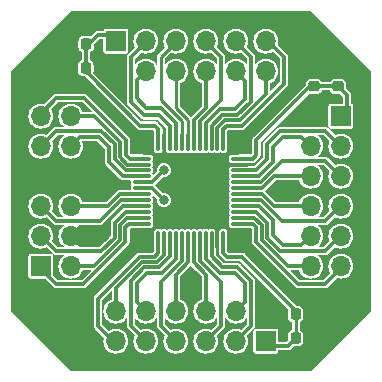
<source format=gbr>
%TF.GenerationSoftware,KiCad,Pcbnew,7.0.8*%
%TF.CreationDate,2024-01-12T13:09:38+01:00*%
%TF.ProjectId,adapter_STM32,61646170-7465-4725-9f53-544d33322e6b,rev?*%
%TF.SameCoordinates,Original*%
%TF.FileFunction,Copper,L1,Top*%
%TF.FilePolarity,Positive*%
%FSLAX46Y46*%
G04 Gerber Fmt 4.6, Leading zero omitted, Abs format (unit mm)*
G04 Created by KiCad (PCBNEW 7.0.8) date 2024-01-12 13:09:38*
%MOMM*%
%LPD*%
G01*
G04 APERTURE LIST*
G04 Aperture macros list*
%AMRoundRect*
0 Rectangle with rounded corners*
0 $1 Rounding radius*
0 $2 $3 $4 $5 $6 $7 $8 $9 X,Y pos of 4 corners*
0 Add a 4 corners polygon primitive as box body*
4,1,4,$2,$3,$4,$5,$6,$7,$8,$9,$2,$3,0*
0 Add four circle primitives for the rounded corners*
1,1,$1+$1,$2,$3*
1,1,$1+$1,$4,$5*
1,1,$1+$1,$6,$7*
1,1,$1+$1,$8,$9*
0 Add four rect primitives between the rounded corners*
20,1,$1+$1,$2,$3,$4,$5,0*
20,1,$1+$1,$4,$5,$6,$7,0*
20,1,$1+$1,$6,$7,$8,$9,0*
20,1,$1+$1,$8,$9,$2,$3,0*%
G04 Aperture macros list end*
%TA.AperFunction,SMDPad,CuDef*%
%ADD10RoundRect,0.225000X-0.225000X-0.250000X0.225000X-0.250000X0.225000X0.250000X-0.225000X0.250000X0*%
%TD*%
%TA.AperFunction,ComponentPad*%
%ADD11R,1.700000X1.700000*%
%TD*%
%TA.AperFunction,ComponentPad*%
%ADD12O,1.700000X1.700000*%
%TD*%
%TA.AperFunction,SMDPad,CuDef*%
%ADD13RoundRect,0.225000X-0.250000X0.225000X-0.250000X-0.225000X0.250000X-0.225000X0.250000X0.225000X0*%
%TD*%
%TA.AperFunction,SMDPad,CuDef*%
%ADD14RoundRect,0.075000X-0.662500X-0.075000X0.662500X-0.075000X0.662500X0.075000X-0.662500X0.075000X0*%
%TD*%
%TA.AperFunction,SMDPad,CuDef*%
%ADD15RoundRect,0.075000X-0.075000X-0.662500X0.075000X-0.662500X0.075000X0.662500X-0.075000X0.662500X0*%
%TD*%
%TA.AperFunction,ViaPad*%
%ADD16C,0.800000*%
%TD*%
%TA.AperFunction,Conductor*%
%ADD17C,0.800000*%
%TD*%
%TA.AperFunction,Conductor*%
%ADD18C,0.300000*%
%TD*%
%TA.AperFunction,Conductor*%
%ADD19C,0.600000*%
%TD*%
%TA.AperFunction,Conductor*%
%ADD20C,1.400000*%
%TD*%
%TA.AperFunction,Conductor*%
%ADD21C,0.250000*%
%TD*%
G04 APERTURE END LIST*
D10*
%TO.P,C6,1*%
%TO.N,VSS*%
X86093000Y-45974000D03*
%TO.P,C6,2*%
%TO.N,VDD*%
X87643000Y-45974000D03*
%TD*%
%TO.P,C8,1*%
%TO.N,VSS*%
X86080000Y-48006000D03*
%TO.P,C8,2*%
%TO.N,VDD*%
X87630000Y-48006000D03*
%TD*%
D11*
%TO.P,J4,1,Pin_1*%
%TO.N,VDDIO2*%
X109220000Y-52070000D03*
D12*
%TO.P,J4,2,Pin_2*%
%TO.N,VSS*%
X106680000Y-52070000D03*
%TO.P,J4,3,Pin_3*%
%TO.N,PA13*%
X109220000Y-54610000D03*
%TO.P,J4,4,Pin_4*%
%TO.N,PA12*%
X106680000Y-54610000D03*
%TO.P,J4,5,Pin_5*%
%TO.N,PA11*%
X109220000Y-57150000D03*
%TO.P,J4,6,Pin_6*%
%TO.N,PA10*%
X106680000Y-57150000D03*
%TO.P,J4,7,Pin_7*%
%TO.N,PA8*%
X109220000Y-59690000D03*
%TO.P,J4,8,Pin_8*%
%TO.N,PA9*%
X106680000Y-59690000D03*
%TO.P,J4,9,Pin_9*%
%TO.N,PB14*%
X109220000Y-62230000D03*
%TO.P,J4,10,Pin_10*%
%TO.N,PB15*%
X106680000Y-62230000D03*
%TO.P,J4,11,Pin_11*%
%TO.N,PB12*%
X109220000Y-64770000D03*
%TO.P,J4,12,Pin_12*%
%TO.N,PB13*%
X106680000Y-64770000D03*
%TD*%
D10*
%TO.P,C5,1*%
%TO.N,VDD*%
X105384000Y-70866000D03*
%TO.P,C5,2*%
%TO.N,VSS*%
X106934000Y-70866000D03*
%TD*%
D11*
%TO.P,J3,1,Pin_1*%
%TO.N,VDD*%
X90170000Y-45720000D03*
D12*
%TO.P,J3,2,Pin_2*%
%TO.N,VSS*%
X90170000Y-48260000D03*
%TO.P,J3,3,Pin_3*%
%TO.N,PB9*%
X92710000Y-45720000D03*
%TO.P,J3,4,Pin_4*%
%TO.N,PB8*%
X92710000Y-48260000D03*
%TO.P,J3,5,Pin_5*%
%TO.N,BOOT0*%
X95250000Y-45720000D03*
%TO.P,J3,6,Pin_6*%
%TO.N,PB7*%
X95250000Y-48260000D03*
%TO.P,J3,7,Pin_7*%
%TO.N,PB5*%
X97790000Y-45720000D03*
%TO.P,J3,8,Pin_8*%
%TO.N,PB6*%
X97790000Y-48260000D03*
%TO.P,J3,9,Pin_9*%
%TO.N,PB3*%
X100330000Y-45720000D03*
%TO.P,J3,10,Pin_10*%
%TO.N,PB4*%
X100330000Y-48260000D03*
%TO.P,J3,11,Pin_11*%
%TO.N,PA14*%
X102870000Y-45720000D03*
%TO.P,J3,12,Pin_12*%
%TO.N,PA15*%
X102870000Y-48260000D03*
%TD*%
D13*
%TO.P,C4,1*%
%TO.N,VSS*%
X108966000Y-48006000D03*
%TO.P,C4,2*%
%TO.N,VDDIO2*%
X108966000Y-49556000D03*
%TD*%
D12*
%TO.P,J2,12,Pin_12*%
%TO.N,PA4*%
X90170000Y-68580000D03*
%TO.P,J2,11,Pin_11*%
%TO.N,PA3*%
X90170000Y-71120000D03*
%TO.P,J2,10,Pin_10*%
%TO.N,PA6*%
X92710000Y-68580000D03*
%TO.P,J2,9,Pin_9*%
%TO.N,PA5*%
X92710000Y-71120000D03*
%TO.P,J2,8,Pin_8*%
%TO.N,PB0*%
X95250000Y-68580000D03*
%TO.P,J2,7,Pin_7*%
%TO.N,PA7*%
X95250000Y-71120000D03*
%TO.P,J2,6,Pin_6*%
%TO.N,PB1*%
X97790000Y-68580000D03*
%TO.P,J2,5,Pin_5*%
%TO.N,PB2*%
X97790000Y-71120000D03*
%TO.P,J2,4,Pin_4*%
%TO.N,PB10*%
X100330000Y-68580000D03*
%TO.P,J2,3,Pin_3*%
%TO.N,PB11*%
X100330000Y-71120000D03*
%TO.P,J2,2,Pin_2*%
%TO.N,VSS*%
X102870000Y-68580000D03*
D11*
%TO.P,J2,1,Pin_1*%
%TO.N,VDD*%
X102870000Y-71120000D03*
%TD*%
D10*
%TO.P,C2,1*%
%TO.N,VDD*%
X105397000Y-68834000D03*
%TO.P,C2,2*%
%TO.N,VSS*%
X106947000Y-68834000D03*
%TD*%
D13*
%TO.P,C9,1*%
%TO.N,VSS*%
X106934000Y-47993000D03*
%TO.P,C9,2*%
%TO.N,VDDIO2*%
X106934000Y-49543000D03*
%TD*%
D14*
%TO.P,U1,1,VBAT*%
%TO.N,VBAT*%
X92357500Y-55670000D03*
%TO.P,U1,2,PC13*%
%TO.N,PC13*%
X92357500Y-56170000D03*
%TO.P,U1,3,PC14*%
%TO.N,PC14*%
X92357500Y-56670000D03*
%TO.P,U1,4,PC15*%
%TO.N,PC15*%
X92357500Y-57170000D03*
%TO.P,U1,5,PF0*%
%TO.N,Net-(U1-PF0)*%
X92357500Y-57670000D03*
%TO.P,U1,6,PF1*%
%TO.N,Net-(U1-PF1)*%
X92357500Y-58170000D03*
%TO.P,U1,7,NRST*%
%TO.N,NRST*%
X92357500Y-58670000D03*
%TO.P,U1,8,VSSA*%
%TO.N,VSSA*%
X92357500Y-59170000D03*
%TO.P,U1,9,VDDA*%
%TO.N,VDDA*%
X92357500Y-59670000D03*
%TO.P,U1,10,PA0*%
%TO.N,PA0*%
X92357500Y-60170000D03*
%TO.P,U1,11,PA1*%
%TO.N,PA1*%
X92357500Y-60670000D03*
%TO.P,U1,12,PA2*%
%TO.N,PA2*%
X92357500Y-61170000D03*
D15*
%TO.P,U1,13,PA3*%
%TO.N,PA3*%
X93770000Y-62582500D03*
%TO.P,U1,14,PA4*%
%TO.N,PA4*%
X94270000Y-62582500D03*
%TO.P,U1,15,PA5*%
%TO.N,PA5*%
X94770000Y-62582500D03*
%TO.P,U1,16,PA6*%
%TO.N,PA6*%
X95270000Y-62582500D03*
%TO.P,U1,17,PA7*%
%TO.N,PA7*%
X95770000Y-62582500D03*
%TO.P,U1,18,PB0*%
%TO.N,PB0*%
X96270000Y-62582500D03*
%TO.P,U1,19,PB1*%
%TO.N,PB1*%
X96770000Y-62582500D03*
%TO.P,U1,20,PB2*%
%TO.N,PB2*%
X97270000Y-62582500D03*
%TO.P,U1,21,PB10*%
%TO.N,PB10*%
X97770000Y-62582500D03*
%TO.P,U1,22,PB11*%
%TO.N,PB11*%
X98270000Y-62582500D03*
%TO.P,U1,23,VSS*%
%TO.N,VSS*%
X98770000Y-62582500D03*
%TO.P,U1,24,VDD*%
%TO.N,VDD*%
X99270000Y-62582500D03*
D14*
%TO.P,U1,25,PB12*%
%TO.N,PB12*%
X100682500Y-61170000D03*
%TO.P,U1,26,PB13*%
%TO.N,PB13*%
X100682500Y-60670000D03*
%TO.P,U1,27,PB14*%
%TO.N,PB14*%
X100682500Y-60170000D03*
%TO.P,U1,28,PB15*%
%TO.N,PB15*%
X100682500Y-59670000D03*
%TO.P,U1,29,PA8*%
%TO.N,PA8*%
X100682500Y-59170000D03*
%TO.P,U1,30,PA9*%
%TO.N,PA9*%
X100682500Y-58670000D03*
%TO.P,U1,31,PA10*%
%TO.N,PA10*%
X100682500Y-58170000D03*
%TO.P,U1,32,PA11*%
%TO.N,PA11*%
X100682500Y-57670000D03*
%TO.P,U1,33,PA12*%
%TO.N,PA12*%
X100682500Y-57170000D03*
%TO.P,U1,34,PA13*%
%TO.N,PA13*%
X100682500Y-56670000D03*
%TO.P,U1,35,VSS*%
%TO.N,VSS*%
X100682500Y-56170000D03*
%TO.P,U1,36,VDDIO2*%
%TO.N,VDDIO2*%
X100682500Y-55670000D03*
D15*
%TO.P,U1,37,PA14*%
%TO.N,PA14*%
X99270000Y-54257500D03*
%TO.P,U1,38,PA15*%
%TO.N,PA15*%
X98770000Y-54257500D03*
%TO.P,U1,39,PB3*%
%TO.N,PB3*%
X98270000Y-54257500D03*
%TO.P,U1,40,PB4*%
%TO.N,PB4*%
X97770000Y-54257500D03*
%TO.P,U1,41,PB5*%
%TO.N,PB5*%
X97270000Y-54257500D03*
%TO.P,U1,42,PB6*%
%TO.N,PB6*%
X96770000Y-54257500D03*
%TO.P,U1,43,PB7*%
%TO.N,PB7*%
X96270000Y-54257500D03*
%TO.P,U1,44,BOOT0*%
%TO.N,BOOT0*%
X95770000Y-54257500D03*
%TO.P,U1,45,PB8*%
%TO.N,PB8*%
X95270000Y-54257500D03*
%TO.P,U1,46,PB9*%
%TO.N,PB9*%
X94770000Y-54257500D03*
%TO.P,U1,47,VSS*%
%TO.N,VSS*%
X94270000Y-54257500D03*
%TO.P,U1,48,VDD*%
%TO.N,VDD*%
X93770000Y-54257500D03*
%TD*%
D11*
%TO.P,J1,1,Pin_1*%
%TO.N,PA2*%
X83820000Y-64770000D03*
D12*
%TO.P,J1,2,Pin_2*%
%TO.N,PA1*%
X86360000Y-64770000D03*
%TO.P,J1,3,Pin_3*%
%TO.N,PA0*%
X83820000Y-62230000D03*
%TO.P,J1,4,Pin_4*%
%TO.N,VDDA*%
X86360000Y-62230000D03*
%TO.P,J1,5,Pin_5*%
%TO.N,VSSA*%
X83820000Y-59690000D03*
%TO.P,J1,6,Pin_6*%
%TO.N,NRST*%
X86360000Y-59690000D03*
%TO.P,J1,7,Pin_7*%
%TO.N,VSS*%
X83820000Y-57150000D03*
%TO.P,J1,8,Pin_8*%
X86360000Y-57150000D03*
%TO.P,J1,9,Pin_9*%
%TO.N,PC14*%
X83820000Y-54610000D03*
%TO.P,J1,10,Pin_10*%
%TO.N,PC15*%
X86360000Y-54610000D03*
%TO.P,J1,11,Pin_11*%
%TO.N,VBAT*%
X83820000Y-52070000D03*
%TO.P,J1,12,Pin_12*%
%TO.N,PC13*%
X86360000Y-52070000D03*
%TD*%
D16*
%TO.N,Net-(U1-PF0)*%
X94234000Y-56642000D03*
%TO.N,VSS*%
X100838000Y-54102000D03*
X100838000Y-62738000D03*
X92202000Y-54102000D03*
%TO.N,Net-(U1-PF1)*%
X94234000Y-59182000D03*
%TD*%
D17*
%TO.N,VDDA*%
X89281000Y-61595000D02*
X89281000Y-62106348D01*
X89281000Y-62106348D02*
X88965174Y-62422174D01*
D18*
X89141951Y-62598951D02*
X89281000Y-62459902D01*
X89582800Y-62158102D02*
X89141951Y-62598951D01*
X89141951Y-62598951D02*
X88748902Y-62992000D01*
D19*
X89002902Y-61619098D02*
X88392000Y-62230000D01*
D18*
X89002902Y-61468000D02*
X89002902Y-61619098D01*
D20*
X86360000Y-62230000D02*
X88392000Y-62230000D01*
D18*
X89002902Y-61468000D02*
X89582800Y-60888102D01*
X87122000Y-61468000D02*
X89002902Y-61468000D01*
X86360000Y-62230000D02*
X87122000Y-61468000D01*
X89582800Y-60888102D02*
X89582800Y-61468000D01*
X89582800Y-61468000D02*
X89582800Y-62158102D01*
X89582800Y-61468000D02*
X89578800Y-61464000D01*
%TO.N,VBAT*%
X91344210Y-55666000D02*
X91025500Y-55347290D01*
X92401000Y-55666000D02*
X91344210Y-55666000D01*
X85132400Y-50546000D02*
X83820000Y-51858400D01*
X87494210Y-50546000D02*
X85132400Y-50546000D01*
X91025500Y-54077290D02*
X87494210Y-50546000D01*
X83820000Y-51858400D02*
X83820000Y-52070000D01*
X91025500Y-55347290D02*
X91025500Y-54077290D01*
%TO.N,PC13*%
X91137104Y-56166000D02*
X90525500Y-55554396D01*
X92401000Y-56166000D02*
X91137104Y-56166000D01*
X90525500Y-55554396D02*
X90525500Y-54284396D01*
X90525500Y-54284396D02*
X88307104Y-52066000D01*
X88307104Y-52066000D02*
X86403500Y-52066000D01*
%TO.N,PC14*%
X88942104Y-53337396D02*
X85388896Y-53337396D01*
X90075500Y-54470792D02*
X88942104Y-53337396D01*
X85133500Y-53336000D02*
X83863500Y-54606000D01*
X85388896Y-53337396D02*
X85387500Y-53336000D01*
X92401000Y-56666000D02*
X91000708Y-56666000D01*
X91000708Y-56666000D02*
X90075500Y-55740792D01*
X85387500Y-53336000D02*
X85133500Y-53336000D01*
X90075500Y-55740792D02*
X90075500Y-54470792D01*
%TO.N,PC15*%
X87165500Y-53844000D02*
X86403500Y-54606000D01*
X88741602Y-53844000D02*
X87165500Y-53844000D01*
X90793602Y-57166000D02*
X89575500Y-55947898D01*
X89575500Y-55947898D02*
X89575500Y-54677898D01*
X92401000Y-57166000D02*
X90793602Y-57166000D01*
X89575500Y-54677898D02*
X88741602Y-53844000D01*
%TO.N,Net-(U1-PF0)*%
X92357500Y-57670000D02*
X93206000Y-57670000D01*
X93206000Y-57670000D02*
X94234000Y-56642000D01*
D21*
X94188686Y-56642000D02*
X94234000Y-56642000D01*
D18*
%TO.N,NRST*%
X86868000Y-60198000D02*
X86360000Y-59690000D01*
X90482227Y-58674000D02*
X92397773Y-58674000D01*
X89462227Y-59694000D02*
X90482227Y-58674000D01*
X86400273Y-59694000D02*
X89462227Y-59694000D01*
%TO.N,VSSA*%
X85130273Y-60964000D02*
X83860273Y-59694000D01*
X92397773Y-59174000D02*
X90618623Y-59174000D01*
X90618623Y-59174000D02*
X88828624Y-60964000D01*
X88828624Y-60964000D02*
X85130273Y-60964000D01*
%TO.N,VDDA*%
X87172800Y-62992000D02*
X86410800Y-62230000D01*
X92408300Y-59670000D02*
X90800902Y-59670000D01*
X90800902Y-59670000D02*
X89582800Y-60888102D01*
X88748902Y-62992000D02*
X87172800Y-62992000D01*
%TO.N,PA0*%
X85133500Y-63504000D02*
X85387500Y-63504000D01*
X90082800Y-62365208D02*
X88949404Y-63498604D01*
X85394800Y-63500000D02*
X85140800Y-63500000D01*
X92408300Y-60170000D02*
X91008008Y-60170000D01*
X85387500Y-63504000D02*
X85388896Y-63502604D01*
X85140800Y-63500000D02*
X83870800Y-62230000D01*
X85396196Y-63498604D02*
X85394800Y-63500000D01*
X88949404Y-63498604D02*
X85396196Y-63498604D01*
X83863500Y-62234000D02*
X85133500Y-63504000D01*
X91008008Y-60170000D02*
X90082800Y-61095208D01*
X90082800Y-61095208D02*
X90082800Y-62365208D01*
%TO.N,PA1*%
X91144404Y-60670000D02*
X90532800Y-61281604D01*
X88314404Y-64770000D02*
X86410800Y-64770000D01*
X92408300Y-60670000D02*
X91144404Y-60670000D01*
X90532800Y-62551604D02*
X88314404Y-64770000D01*
X90532800Y-61281604D02*
X90532800Y-62551604D01*
%TO.N,PA2*%
X85140800Y-66294000D02*
X83870800Y-65024000D01*
X91280800Y-61170000D02*
X90982800Y-61468000D01*
X90982800Y-62738000D02*
X87426800Y-66294000D01*
X85133500Y-66298000D02*
X83863500Y-65028000D01*
X87426800Y-66294000D02*
X85140800Y-66294000D01*
X90982800Y-61468000D02*
X90982800Y-62738000D01*
X92408300Y-61170000D02*
X91280800Y-61170000D01*
%TO.N,PA3*%
X93766000Y-63671500D02*
X93468000Y-63969500D01*
X92198000Y-63969500D02*
X88642000Y-67525500D01*
X93766000Y-62544000D02*
X93766000Y-63671500D01*
X88642000Y-67525500D02*
X88642000Y-69811500D01*
X93468000Y-63969500D02*
X92198000Y-63969500D01*
X88642000Y-69811500D02*
X89912000Y-71081500D01*
%TO.N,PA4*%
X94266000Y-63807896D02*
X93654396Y-64419500D01*
X94266000Y-62544000D02*
X94266000Y-63807896D01*
X92384396Y-64419500D02*
X90166000Y-66637896D01*
X90166000Y-66637896D02*
X90166000Y-68541500D01*
X93654396Y-64419500D02*
X92384396Y-64419500D01*
%TO.N,PA5*%
X94766000Y-62544000D02*
X94766000Y-63944292D01*
X94766000Y-63944292D02*
X93840792Y-64869500D01*
X91436000Y-69557500D02*
X91436000Y-69811500D01*
X91437396Y-69556104D02*
X91436000Y-69557500D01*
X92570792Y-64869500D02*
X91437396Y-66002896D01*
X91437396Y-66002896D02*
X91437396Y-69556104D01*
X91436000Y-69811500D02*
X92706000Y-71081500D01*
X93840792Y-64869500D02*
X92570792Y-64869500D01*
%TO.N,PA6*%
X94047898Y-65369500D02*
X92777898Y-65369500D01*
X95266000Y-64151398D02*
X94047898Y-65369500D01*
X92777898Y-65369500D02*
X91944000Y-66203398D01*
X91944000Y-67779500D02*
X92706000Y-68541500D01*
X95266000Y-62544000D02*
X95266000Y-64151398D01*
X91944000Y-66203398D02*
X91944000Y-67779500D01*
%TO.N,PA7*%
X95766000Y-62544000D02*
X95766000Y-64323150D01*
X93976000Y-69811500D02*
X95246000Y-71081500D01*
X95766000Y-64323150D02*
X93976000Y-66113149D01*
X93976000Y-66113149D02*
X93976000Y-69811500D01*
%TO.N,PB0*%
X96266000Y-64459546D02*
X96266000Y-62544000D01*
X95246000Y-65479546D02*
X96266000Y-64459546D01*
X95246000Y-68541500D02*
X95246000Y-65479546D01*
%TO.N,PB1*%
X97790000Y-68540000D02*
X97790000Y-65478046D01*
X97790000Y-65478046D02*
X96770000Y-64458046D01*
X96770000Y-64458046D02*
X96770000Y-62542500D01*
%TO.N,PB2*%
X99060000Y-69810000D02*
X97790000Y-71080000D01*
X99060000Y-66111649D02*
X99060000Y-69810000D01*
X97270000Y-62542500D02*
X97270000Y-64321650D01*
X97270000Y-64321650D02*
X99060000Y-66111649D01*
%TO.N,PB10*%
X97770000Y-64149898D02*
X98988102Y-65368000D01*
X97770000Y-62542500D02*
X97770000Y-64149898D01*
X98988102Y-65368000D02*
X100258102Y-65368000D01*
X101092000Y-67778000D02*
X100330000Y-68540000D01*
X101092000Y-66201898D02*
X101092000Y-67778000D01*
X100258102Y-65368000D02*
X101092000Y-66201898D01*
%TO.N,PB11*%
X98270000Y-62542500D02*
X98270000Y-63942792D01*
X101600000Y-69810000D02*
X100330000Y-71080000D01*
X101598604Y-69554604D02*
X101600000Y-69556000D01*
X101598604Y-66001396D02*
X101598604Y-69554604D01*
X100465208Y-64868000D02*
X101598604Y-66001396D01*
X98270000Y-63942792D02*
X99195208Y-64868000D01*
X99195208Y-64868000D02*
X100465208Y-64868000D01*
X101600000Y-69556000D02*
X101600000Y-69810000D01*
%TO.N,VDD*%
X93472000Y-52872000D02*
X92202000Y-52872000D01*
D21*
X102927248Y-71555000D02*
X102681124Y-71308876D01*
D18*
X104394000Y-67524000D02*
X105410000Y-68540000D01*
D21*
X89662000Y-45212000D02*
X90170000Y-45720000D01*
D18*
X93770000Y-53170000D02*
X93472000Y-52872000D01*
X87630000Y-46215000D02*
X88633000Y-45212000D01*
D21*
X105397000Y-70853000D02*
X105384000Y-70866000D01*
D18*
X92202000Y-52872000D02*
X87864000Y-48534000D01*
X104721000Y-71555000D02*
X102927248Y-71555000D01*
X87630000Y-48300000D02*
X87630000Y-47765000D01*
X99568000Y-63968000D02*
X100838000Y-63968000D01*
X88633000Y-45212000D02*
X89662000Y-45212000D01*
X100838000Y-63968000D02*
X104394000Y-67524000D01*
X93770000Y-54297500D02*
X93770000Y-53170000D01*
D21*
X87643000Y-47993000D02*
X87630000Y-48006000D01*
D18*
X105410000Y-70625000D02*
X105410000Y-70866000D01*
X87630000Y-48300000D02*
X87630000Y-48006000D01*
D21*
X105397000Y-68834000D02*
X105397000Y-70853000D01*
D18*
X105410000Y-70866000D02*
X104721000Y-71555000D01*
X99270000Y-62542500D02*
X99270000Y-63670000D01*
X87864000Y-48534000D02*
X87630000Y-48300000D01*
X87643000Y-45974000D02*
X87643000Y-47993000D01*
X99270000Y-63670000D02*
X99568000Y-63968000D01*
X105410000Y-68540000D02*
X105410000Y-69075000D01*
%TO.N,PB12*%
X107909727Y-66298000D02*
X109179727Y-65028000D01*
X100642227Y-61174000D02*
X101769727Y-61174000D01*
X102067727Y-62742000D02*
X105623727Y-66298000D01*
X101769727Y-61174000D02*
X102067727Y-61472000D01*
X102067727Y-61472000D02*
X102067727Y-62742000D01*
X105623727Y-66298000D02*
X107909727Y-66298000D01*
%TO.N,PB13*%
X100642227Y-60674000D02*
X101906123Y-60674000D01*
X101906123Y-60674000D02*
X102517727Y-61285604D01*
X102517727Y-62555604D02*
X104736123Y-64774000D01*
X104736123Y-64774000D02*
X106639727Y-64774000D01*
X102517727Y-61285604D02*
X102517727Y-62555604D01*
%TO.N,PB14*%
X107654331Y-63502604D02*
X107655727Y-63504000D01*
X102042519Y-60174000D02*
X102967727Y-61099208D01*
X100642227Y-60174000D02*
X102042519Y-60174000D01*
X102967727Y-61099208D02*
X102967727Y-62369208D01*
X107655727Y-63504000D02*
X107909727Y-63504000D01*
X107909727Y-63504000D02*
X109179727Y-62234000D01*
X104101123Y-63502604D02*
X107654331Y-63502604D01*
X102967727Y-62369208D02*
X104101123Y-63502604D01*
%TO.N,PB15*%
X103467727Y-60892102D02*
X103467727Y-62162102D01*
X105877727Y-62996000D02*
X106639727Y-62234000D01*
X103467727Y-62162102D02*
X104301625Y-62996000D01*
X100642227Y-59674000D02*
X102249625Y-59674000D01*
X104301625Y-62996000D02*
X105877727Y-62996000D01*
X102249625Y-59674000D02*
X103467727Y-60892102D01*
%TO.N,PA8*%
X100642227Y-59174000D02*
X102421377Y-59174000D01*
X107909727Y-60964000D02*
X109179727Y-59694000D01*
X104211376Y-60964000D02*
X107909727Y-60964000D01*
X102421377Y-59174000D02*
X104211376Y-60964000D01*
%TO.N,PA9*%
X106639727Y-59694000D02*
X103577773Y-59694000D01*
X102557773Y-58674000D02*
X100642227Y-58674000D01*
X103577773Y-59694000D02*
X102557773Y-58674000D01*
%TO.N,PA10*%
X106641500Y-57146000D02*
X103579546Y-57146000D01*
X103579546Y-57146000D02*
X102559546Y-58166000D01*
X102559546Y-58166000D02*
X100644000Y-58166000D01*
%TO.N,PA11*%
X107911500Y-55876000D02*
X109181500Y-57146000D01*
X100644000Y-57666000D02*
X102423150Y-57666000D01*
X104213149Y-55876000D02*
X107911500Y-55876000D01*
X102423150Y-57666000D02*
X104213149Y-55876000D01*
%TO.N,PA12*%
X105879500Y-53844000D02*
X106641500Y-54606000D01*
X103469500Y-54677898D02*
X104303398Y-53844000D01*
X102251398Y-57166000D02*
X103469500Y-55947898D01*
X100644000Y-57166000D02*
X102251398Y-57166000D01*
X103469500Y-55947898D02*
X103469500Y-54677898D01*
X104303398Y-53844000D02*
X105879500Y-53844000D01*
%TO.N,PA13*%
X107656104Y-53337396D02*
X107657500Y-53336000D01*
X102044292Y-56666000D02*
X102969500Y-55740792D01*
X107657500Y-53336000D02*
X107911500Y-53336000D01*
X107911500Y-53336000D02*
X109181500Y-54606000D01*
X104102896Y-53337396D02*
X107656104Y-53337396D01*
X102969500Y-54470792D02*
X104102896Y-53337396D01*
X100644000Y-56666000D02*
X102044292Y-56666000D01*
X102969500Y-55740792D02*
X102969500Y-54470792D01*
%TO.N,VDDIO2*%
X102069500Y-55368000D02*
X102069500Y-54098000D01*
X108992000Y-49556000D02*
X108966000Y-49556000D01*
X102069500Y-54098000D02*
X106637500Y-49530000D01*
D21*
X108953000Y-49543000D02*
X108966000Y-49556000D01*
D18*
X109220000Y-52070000D02*
X109728000Y-51562000D01*
X106637500Y-49530000D02*
X107175000Y-49530000D01*
X106934000Y-49543000D02*
X108953000Y-49543000D01*
X109728000Y-50292000D02*
X108992000Y-49556000D01*
X101771500Y-55666000D02*
X102069500Y-55368000D01*
X100644000Y-55666000D02*
X101771500Y-55666000D01*
X109728000Y-51562000D02*
X109728000Y-50292000D01*
%TO.N,PA14*%
X104394000Y-47032000D02*
X103124000Y-45762000D01*
X99568000Y-52874000D02*
X100838000Y-52874000D01*
X99270000Y-54299500D02*
X99270000Y-53172000D01*
X100838000Y-52874000D02*
X104394000Y-49318000D01*
X99270000Y-53172000D02*
X99568000Y-52874000D01*
X104394000Y-49318000D02*
X104394000Y-47032000D01*
X103124000Y-45720000D02*
X102870000Y-45720000D01*
%TO.N,PA15*%
X100651604Y-52424000D02*
X102870000Y-50205604D01*
X102870000Y-50205604D02*
X102870000Y-48302000D01*
X99381604Y-52424000D02*
X100651604Y-52424000D01*
X98770000Y-53035604D02*
X99381604Y-52424000D01*
X98770000Y-54299500D02*
X98770000Y-53035604D01*
%TO.N,PB3*%
X101600000Y-47032000D02*
X100330000Y-45762000D01*
X99195208Y-51974000D02*
X100465208Y-51974000D01*
X101598604Y-50840604D02*
X101598604Y-47287396D01*
X101600000Y-47286000D02*
X101600000Y-47032000D01*
X100465208Y-51974000D02*
X101598604Y-50840604D01*
X98270000Y-52899208D02*
X99195208Y-51974000D01*
X101598604Y-47287396D02*
X101600000Y-47286000D01*
X98270000Y-54299500D02*
X98270000Y-52899208D01*
%TO.N,PB4*%
X97770000Y-54299500D02*
X97770000Y-52692102D01*
X100258102Y-51474000D02*
X101092000Y-50640102D01*
X101092000Y-49064000D02*
X100330000Y-48302000D01*
X97770000Y-52692102D02*
X98988102Y-51474000D01*
X98988102Y-51474000D02*
X100258102Y-51474000D01*
X101092000Y-50640102D02*
X101092000Y-49064000D01*
%TO.N,PB5*%
X97270000Y-54299500D02*
X97270000Y-52520350D01*
X99060000Y-50730351D02*
X99060000Y-47032000D01*
X99060000Y-47032000D02*
X97790000Y-45762000D01*
X97270000Y-52520350D02*
X99060000Y-50730351D01*
%TO.N,PB6*%
X97790000Y-51363954D02*
X96770000Y-52383954D01*
X97790000Y-48302000D02*
X97790000Y-51363954D01*
X96770000Y-52383954D02*
X96770000Y-54299500D01*
D21*
%TO.N,PB7*%
X96270000Y-52370000D02*
X95250000Y-51350000D01*
X95250000Y-51350000D02*
X95250000Y-48302000D01*
X96270000Y-54299500D02*
X96270000Y-52370000D01*
%TO.N,BOOT0*%
X93980000Y-50716396D02*
X93980000Y-47032000D01*
X95770000Y-54299500D02*
X95770000Y-52506396D01*
X93980000Y-47032000D02*
X95250000Y-45762000D01*
X95770000Y-52506396D02*
X93980000Y-50716396D01*
D18*
%TO.N,PB8*%
X92761898Y-51401898D02*
X91928000Y-50568000D01*
X95270000Y-54299500D02*
X95270000Y-52642792D01*
X95250000Y-52620000D02*
X94031898Y-51401898D01*
X94031898Y-51401898D02*
X92761898Y-51401898D01*
X91928000Y-48991898D02*
X92690000Y-48229898D01*
X91928000Y-50568000D02*
X91928000Y-48991898D01*
%TO.N,PB9*%
X94768604Y-54336146D02*
X94768604Y-52935854D01*
X91438604Y-47068646D02*
X91438604Y-47322646D01*
X93843396Y-52010646D02*
X92573396Y-52010646D01*
X94768604Y-52935854D02*
X93843396Y-52010646D01*
X91438604Y-47068646D02*
X92708604Y-45798646D01*
X92573396Y-52010646D02*
X91440000Y-50877250D01*
X91440000Y-50877250D02*
X91440000Y-47324042D01*
%TO.N,Net-(U1-PF1)*%
X92357500Y-58170000D02*
X93222000Y-58170000D01*
X93222000Y-58170000D02*
X94234000Y-59182000D01*
%TD*%
%TA.AperFunction,Conductor*%
%TO.N,VSS*%
G36*
X106686821Y-43187529D02*
G01*
X111752471Y-48253178D01*
X111759500Y-48270149D01*
X111759500Y-68569850D01*
X111752471Y-68586821D01*
X106686821Y-73652471D01*
X106669850Y-73659500D01*
X86370149Y-73659500D01*
X86353178Y-73652471D01*
X82497522Y-69796814D01*
X88286957Y-69796814D01*
X88291408Y-69832520D01*
X88291500Y-69834006D01*
X88291500Y-69840540D01*
X88294365Y-69857710D01*
X88295087Y-69862040D01*
X88301427Y-69912893D01*
X88303152Y-69916423D01*
X88305261Y-69923008D01*
X88305907Y-69926879D01*
X88305908Y-69926883D01*
X88330294Y-69971944D01*
X88352801Y-70017982D01*
X88352800Y-70017982D01*
X88355580Y-70020762D01*
X88359712Y-70026304D01*
X88361363Y-70029354D01*
X88361582Y-70029758D01*
X88399232Y-70064417D01*
X88399275Y-70064457D01*
X89151103Y-70816285D01*
X89158132Y-70833256D01*
X89157099Y-70840222D01*
X89134700Y-70914065D01*
X89134698Y-70914074D01*
X89114417Y-71119995D01*
X89114417Y-71120004D01*
X89134698Y-71325930D01*
X89159878Y-71408938D01*
X89194768Y-71523954D01*
X89292315Y-71706450D01*
X89292319Y-71706454D01*
X89292321Y-71706458D01*
X89423582Y-71866401D01*
X89423585Y-71866404D01*
X89423590Y-71866410D01*
X89423595Y-71866414D01*
X89423598Y-71866417D01*
X89583541Y-71997678D01*
X89583550Y-71997685D01*
X89766046Y-72095232D01*
X89954574Y-72152420D01*
X89964069Y-72155301D01*
X90169995Y-72175583D01*
X90170000Y-72175583D01*
X90170005Y-72175583D01*
X90375930Y-72155301D01*
X90375932Y-72155300D01*
X90375934Y-72155300D01*
X90573954Y-72095232D01*
X90756450Y-71997685D01*
X90916410Y-71866410D01*
X91047685Y-71706450D01*
X91145232Y-71523954D01*
X91205300Y-71325934D01*
X91205300Y-71325932D01*
X91205301Y-71325930D01*
X91225583Y-71120004D01*
X91225583Y-71119995D01*
X91205301Y-70914069D01*
X91202420Y-70904574D01*
X91145232Y-70716046D01*
X91047685Y-70533550D01*
X90916410Y-70373590D01*
X90916404Y-70373585D01*
X90916401Y-70373582D01*
X90756458Y-70242321D01*
X90756454Y-70242319D01*
X90756450Y-70242315D01*
X90573954Y-70144768D01*
X90458938Y-70109878D01*
X90375930Y-70084698D01*
X90170005Y-70064417D01*
X90169995Y-70064417D01*
X89964069Y-70084698D01*
X89829743Y-70125446D01*
X89766046Y-70144768D01*
X89766043Y-70144769D01*
X89766041Y-70144770D01*
X89589439Y-70239167D01*
X89571158Y-70240968D01*
X89561154Y-70234972D01*
X88999529Y-69673347D01*
X88992500Y-69656376D01*
X88992500Y-67680624D01*
X88999529Y-67663653D01*
X89774529Y-66888653D01*
X89791500Y-66881624D01*
X89808471Y-66888653D01*
X89815500Y-66905624D01*
X89815500Y-67571966D01*
X89808471Y-67588937D01*
X89798467Y-67594932D01*
X89766046Y-67604767D01*
X89583552Y-67702314D01*
X89583541Y-67702321D01*
X89423598Y-67833582D01*
X89423582Y-67833598D01*
X89292321Y-67993541D01*
X89292314Y-67993552D01*
X89204147Y-68158500D01*
X89194768Y-68176046D01*
X89176742Y-68235472D01*
X89134698Y-68374069D01*
X89114417Y-68579995D01*
X89114417Y-68580004D01*
X89134698Y-68785930D01*
X89159878Y-68868938D01*
X89194768Y-68983954D01*
X89292315Y-69166450D01*
X89292319Y-69166454D01*
X89292321Y-69166458D01*
X89423582Y-69326401D01*
X89423585Y-69326404D01*
X89423590Y-69326410D01*
X89423595Y-69326414D01*
X89423598Y-69326417D01*
X89552898Y-69432530D01*
X89583550Y-69457685D01*
X89766046Y-69555232D01*
X89948786Y-69610665D01*
X89964069Y-69615301D01*
X90169995Y-69635583D01*
X90170000Y-69635583D01*
X90170005Y-69635583D01*
X90375930Y-69615301D01*
X90375932Y-69615300D01*
X90375934Y-69615300D01*
X90573954Y-69555232D01*
X90756450Y-69457685D01*
X90916410Y-69326410D01*
X91044344Y-69170520D01*
X91060543Y-69161862D01*
X91078121Y-69167194D01*
X91086780Y-69183393D01*
X91086896Y-69185746D01*
X91086896Y-69490939D01*
X91085596Y-69498730D01*
X91085500Y-69499009D01*
X91085500Y-69502938D01*
X91084502Y-69509787D01*
X91083383Y-69513544D01*
X91083382Y-69513551D01*
X91085500Y-69564731D01*
X91085500Y-69772661D01*
X91084989Y-69777586D01*
X91080957Y-69796814D01*
X91085408Y-69832520D01*
X91085500Y-69834006D01*
X91085500Y-69840540D01*
X91088365Y-69857710D01*
X91089087Y-69862040D01*
X91095427Y-69912893D01*
X91097152Y-69916423D01*
X91099261Y-69923008D01*
X91099907Y-69926879D01*
X91099908Y-69926883D01*
X91124294Y-69971944D01*
X91146801Y-70017982D01*
X91146800Y-70017982D01*
X91149580Y-70020762D01*
X91153712Y-70026304D01*
X91155363Y-70029354D01*
X91155582Y-70029758D01*
X91193232Y-70064417D01*
X91193275Y-70064457D01*
X91760531Y-70631713D01*
X91767560Y-70648684D01*
X91764726Y-70659997D01*
X91734770Y-70716039D01*
X91674698Y-70914069D01*
X91654417Y-71119995D01*
X91654417Y-71120004D01*
X91674698Y-71325930D01*
X91699878Y-71408938D01*
X91734768Y-71523954D01*
X91832315Y-71706450D01*
X91832319Y-71706454D01*
X91832321Y-71706458D01*
X91963582Y-71866401D01*
X91963585Y-71866404D01*
X91963590Y-71866410D01*
X91963595Y-71866414D01*
X91963598Y-71866417D01*
X92123541Y-71997678D01*
X92123550Y-71997685D01*
X92306046Y-72095232D01*
X92494574Y-72152420D01*
X92504069Y-72155301D01*
X92709995Y-72175583D01*
X92710000Y-72175583D01*
X92710005Y-72175583D01*
X92915930Y-72155301D01*
X92915932Y-72155300D01*
X92915934Y-72155300D01*
X93113954Y-72095232D01*
X93296450Y-71997685D01*
X93456410Y-71866410D01*
X93587685Y-71706450D01*
X93685232Y-71523954D01*
X93745300Y-71325934D01*
X93745300Y-71325932D01*
X93745301Y-71325930D01*
X93765583Y-71120004D01*
X93765583Y-71119995D01*
X93745301Y-70914069D01*
X93742420Y-70904574D01*
X93685232Y-70716046D01*
X93587685Y-70533550D01*
X93456410Y-70373590D01*
X93456404Y-70373585D01*
X93456401Y-70373582D01*
X93296458Y-70242321D01*
X93296454Y-70242319D01*
X93296450Y-70242315D01*
X93113954Y-70144768D01*
X92998938Y-70109878D01*
X92915930Y-70084698D01*
X92710005Y-70064417D01*
X92709995Y-70064417D01*
X92504069Y-70084698D01*
X92306043Y-70144769D01*
X92294961Y-70150692D01*
X92276680Y-70152491D01*
X92266678Y-70146496D01*
X91793529Y-69673347D01*
X91786500Y-69656376D01*
X91786500Y-69622662D01*
X91787801Y-69614868D01*
X91787896Y-69614591D01*
X91787896Y-69610665D01*
X91788895Y-69603814D01*
X91790012Y-69600061D01*
X91790011Y-69600061D01*
X91790013Y-69600058D01*
X91789762Y-69593999D01*
X91787896Y-69548873D01*
X91787896Y-69179088D01*
X91794925Y-69162117D01*
X91811896Y-69155088D01*
X91828867Y-69162117D01*
X91831856Y-69165761D01*
X91832311Y-69166442D01*
X91832315Y-69166450D01*
X91832320Y-69166456D01*
X91832322Y-69166459D01*
X91963582Y-69326401D01*
X91963585Y-69326404D01*
X91963590Y-69326410D01*
X91963595Y-69326414D01*
X91963598Y-69326417D01*
X92092898Y-69432530D01*
X92123550Y-69457685D01*
X92306046Y-69555232D01*
X92488786Y-69610665D01*
X92504069Y-69615301D01*
X92709995Y-69635583D01*
X92710000Y-69635583D01*
X92710005Y-69635583D01*
X92915930Y-69615301D01*
X92915932Y-69615300D01*
X92915934Y-69615300D01*
X93113954Y-69555232D01*
X93296450Y-69457685D01*
X93456410Y-69326410D01*
X93582948Y-69172221D01*
X93599147Y-69163563D01*
X93616725Y-69168895D01*
X93625384Y-69185094D01*
X93625500Y-69187447D01*
X93625500Y-69772661D01*
X93624989Y-69777586D01*
X93620957Y-69796814D01*
X93625408Y-69832520D01*
X93625500Y-69834006D01*
X93625500Y-69840540D01*
X93628365Y-69857710D01*
X93629087Y-69862040D01*
X93635427Y-69912893D01*
X93637152Y-69916423D01*
X93639261Y-69923008D01*
X93639907Y-69926879D01*
X93639908Y-69926883D01*
X93664294Y-69971944D01*
X93686801Y-70017982D01*
X93686800Y-70017982D01*
X93689580Y-70020762D01*
X93693712Y-70026304D01*
X93695363Y-70029354D01*
X93695582Y-70029758D01*
X93733232Y-70064417D01*
X93733275Y-70064457D01*
X94300531Y-70631713D01*
X94307560Y-70648684D01*
X94304726Y-70659997D01*
X94274770Y-70716039D01*
X94214698Y-70914069D01*
X94194417Y-71119995D01*
X94194417Y-71120004D01*
X94214698Y-71325930D01*
X94239878Y-71408938D01*
X94274768Y-71523954D01*
X94372315Y-71706450D01*
X94372319Y-71706454D01*
X94372321Y-71706458D01*
X94503582Y-71866401D01*
X94503585Y-71866404D01*
X94503590Y-71866410D01*
X94503595Y-71866414D01*
X94503598Y-71866417D01*
X94663541Y-71997678D01*
X94663550Y-71997685D01*
X94846046Y-72095232D01*
X95034574Y-72152420D01*
X95044069Y-72155301D01*
X95249995Y-72175583D01*
X95250000Y-72175583D01*
X95250005Y-72175583D01*
X95455930Y-72155301D01*
X95455932Y-72155300D01*
X95455934Y-72155300D01*
X95653954Y-72095232D01*
X95836450Y-71997685D01*
X95996410Y-71866410D01*
X96127685Y-71706450D01*
X96225232Y-71523954D01*
X96285300Y-71325934D01*
X96285300Y-71325932D01*
X96285301Y-71325930D01*
X96305583Y-71120004D01*
X96305583Y-71119995D01*
X96285301Y-70914069D01*
X96282420Y-70904574D01*
X96225232Y-70716046D01*
X96127685Y-70533550D01*
X95996410Y-70373590D01*
X95996404Y-70373585D01*
X95996401Y-70373582D01*
X95836458Y-70242321D01*
X95836454Y-70242319D01*
X95836450Y-70242315D01*
X95653954Y-70144768D01*
X95538938Y-70109878D01*
X95455930Y-70084698D01*
X95250005Y-70064417D01*
X95249995Y-70064417D01*
X95044069Y-70084698D01*
X94846043Y-70144769D01*
X94834961Y-70150692D01*
X94816680Y-70152491D01*
X94806678Y-70146496D01*
X94333529Y-69673347D01*
X94326500Y-69656376D01*
X94326500Y-69176548D01*
X94333529Y-69159577D01*
X94350500Y-69152548D01*
X94367471Y-69159577D01*
X94371665Y-69165235D01*
X94372315Y-69166450D01*
X94372318Y-69166454D01*
X94372321Y-69166458D01*
X94503582Y-69326401D01*
X94503585Y-69326404D01*
X94503590Y-69326410D01*
X94503595Y-69326414D01*
X94503598Y-69326417D01*
X94632898Y-69432530D01*
X94663550Y-69457685D01*
X94846046Y-69555232D01*
X95028786Y-69610665D01*
X95044069Y-69615301D01*
X95249995Y-69635583D01*
X95250000Y-69635583D01*
X95250005Y-69635583D01*
X95455930Y-69615301D01*
X95455932Y-69615300D01*
X95455934Y-69615300D01*
X95653954Y-69555232D01*
X95836450Y-69457685D01*
X95996410Y-69326410D01*
X96127685Y-69166450D01*
X96225232Y-68983954D01*
X96285300Y-68785934D01*
X96285300Y-68785932D01*
X96285301Y-68785930D01*
X96305583Y-68580004D01*
X96305583Y-68579995D01*
X96285301Y-68374069D01*
X96272169Y-68330780D01*
X96225232Y-68176046D01*
X96127685Y-67993550D01*
X96127678Y-67993541D01*
X95996417Y-67833598D01*
X95996414Y-67833595D01*
X95996410Y-67833590D01*
X95996404Y-67833585D01*
X95996401Y-67833582D01*
X95836458Y-67702321D01*
X95836454Y-67702319D01*
X95836450Y-67702315D01*
X95653954Y-67604768D01*
X95653953Y-67604767D01*
X95653954Y-67604767D01*
X95613533Y-67592505D01*
X95599334Y-67580852D01*
X95596500Y-67569539D01*
X95596500Y-65634668D01*
X95603528Y-65617698D01*
X96486383Y-64734842D01*
X96490210Y-64731734D01*
X96506669Y-64720983D01*
X96506671Y-64720980D01*
X96508334Y-64719894D01*
X96508887Y-64720741D01*
X96522856Y-64715594D01*
X96538875Y-64722603D01*
X96990226Y-65173953D01*
X97432471Y-65616198D01*
X97439500Y-65633169D01*
X97439500Y-67570753D01*
X97432471Y-67587724D01*
X97422467Y-67593719D01*
X97386046Y-67604767D01*
X97203552Y-67702314D01*
X97203541Y-67702321D01*
X97043598Y-67833582D01*
X97043582Y-67833598D01*
X96912321Y-67993541D01*
X96912314Y-67993552D01*
X96824147Y-68158500D01*
X96814768Y-68176046D01*
X96796742Y-68235472D01*
X96754698Y-68374069D01*
X96734417Y-68579995D01*
X96734417Y-68580004D01*
X96754698Y-68785930D01*
X96779878Y-68868938D01*
X96814768Y-68983954D01*
X96912315Y-69166450D01*
X96912319Y-69166454D01*
X96912321Y-69166458D01*
X97043582Y-69326401D01*
X97043585Y-69326404D01*
X97043590Y-69326410D01*
X97043595Y-69326414D01*
X97043598Y-69326417D01*
X97172898Y-69432530D01*
X97203550Y-69457685D01*
X97386046Y-69555232D01*
X97568786Y-69610665D01*
X97584069Y-69615301D01*
X97789995Y-69635583D01*
X97790000Y-69635583D01*
X97790005Y-69635583D01*
X97995930Y-69615301D01*
X97995932Y-69615300D01*
X97995934Y-69615300D01*
X98193954Y-69555232D01*
X98376450Y-69457685D01*
X98536410Y-69326410D01*
X98666948Y-69167347D01*
X98683147Y-69158689D01*
X98700725Y-69164021D01*
X98709384Y-69180220D01*
X98709500Y-69182573D01*
X98709500Y-69654875D01*
X98702471Y-69671846D01*
X98229736Y-70144580D01*
X98212765Y-70151609D01*
X98201452Y-70148775D01*
X98193960Y-70144770D01*
X98193954Y-70144768D01*
X98157093Y-70133586D01*
X97995930Y-70084698D01*
X97790005Y-70064417D01*
X97789995Y-70064417D01*
X97584069Y-70084698D01*
X97469050Y-70119589D01*
X97386046Y-70144768D01*
X97386042Y-70144769D01*
X97386042Y-70144770D01*
X97322834Y-70178556D01*
X97209440Y-70239167D01*
X97203552Y-70242314D01*
X97203541Y-70242321D01*
X97043598Y-70373582D01*
X97043582Y-70373598D01*
X96912321Y-70533541D01*
X96912316Y-70533548D01*
X96912315Y-70533550D01*
X96814768Y-70716046D01*
X96789589Y-70799050D01*
X96754698Y-70914069D01*
X96734417Y-71119995D01*
X96734417Y-71120004D01*
X96754698Y-71325930D01*
X96779878Y-71408938D01*
X96814768Y-71523954D01*
X96912315Y-71706450D01*
X96912319Y-71706454D01*
X96912321Y-71706458D01*
X97043582Y-71866401D01*
X97043585Y-71866404D01*
X97043590Y-71866410D01*
X97043595Y-71866414D01*
X97043598Y-71866417D01*
X97203541Y-71997678D01*
X97203550Y-71997685D01*
X97386046Y-72095232D01*
X97574574Y-72152420D01*
X97584069Y-72155301D01*
X97789995Y-72175583D01*
X97790000Y-72175583D01*
X97790005Y-72175583D01*
X97995930Y-72155301D01*
X97995932Y-72155300D01*
X97995934Y-72155300D01*
X98193954Y-72095232D01*
X98376450Y-71997685D01*
X98536410Y-71866410D01*
X98667685Y-71706450D01*
X98765232Y-71523954D01*
X98825300Y-71325934D01*
X98825300Y-71325932D01*
X98825301Y-71325930D01*
X98845583Y-71120004D01*
X98845583Y-71119995D01*
X98825301Y-70914069D01*
X98822420Y-70904574D01*
X98765232Y-70716046D01*
X98733357Y-70656413D01*
X98731556Y-70638132D01*
X98737550Y-70628130D01*
X99280385Y-70085295D01*
X99284220Y-70082182D01*
X99300669Y-70071437D01*
X99322773Y-70043035D01*
X99323747Y-70041933D01*
X99328375Y-70037307D01*
X99341041Y-70019565D01*
X99372517Y-69979126D01*
X99373792Y-69975408D01*
X99376959Y-69969257D01*
X99379239Y-69966066D01*
X99393856Y-69916966D01*
X99410500Y-69868488D01*
X99410500Y-69864561D01*
X99411499Y-69857710D01*
X99412616Y-69853957D01*
X99412615Y-69853957D01*
X99412617Y-69853954D01*
X99411730Y-69832520D01*
X99410500Y-69802769D01*
X99410500Y-69182573D01*
X99417529Y-69165602D01*
X99434500Y-69158573D01*
X99451471Y-69165602D01*
X99453052Y-69167348D01*
X99583582Y-69326401D01*
X99583585Y-69326404D01*
X99583590Y-69326410D01*
X99583595Y-69326414D01*
X99583598Y-69326417D01*
X99712898Y-69432530D01*
X99743550Y-69457685D01*
X99926046Y-69555232D01*
X100108786Y-69610665D01*
X100124069Y-69615301D01*
X100329995Y-69635583D01*
X100330000Y-69635583D01*
X100330005Y-69635583D01*
X100535930Y-69615301D01*
X100535932Y-69615300D01*
X100535934Y-69615300D01*
X100733954Y-69555232D01*
X100916450Y-69457685D01*
X101076410Y-69326410D01*
X101205552Y-69169048D01*
X101221751Y-69160390D01*
X101239329Y-69165722D01*
X101247988Y-69181921D01*
X101248104Y-69184274D01*
X101248104Y-69515765D01*
X101247593Y-69520690D01*
X101243561Y-69539918D01*
X101248012Y-69575624D01*
X101248104Y-69577110D01*
X101248104Y-69583644D01*
X101249149Y-69589907D01*
X101249173Y-69590049D01*
X101249500Y-69593999D01*
X101249500Y-69654875D01*
X101242471Y-69671846D01*
X100769736Y-70144580D01*
X100752765Y-70151609D01*
X100741452Y-70148775D01*
X100733960Y-70144770D01*
X100733954Y-70144768D01*
X100697093Y-70133586D01*
X100535930Y-70084698D01*
X100330005Y-70064417D01*
X100329995Y-70064417D01*
X100124069Y-70084698D01*
X100009050Y-70119589D01*
X99926046Y-70144768D01*
X99926042Y-70144769D01*
X99926042Y-70144770D01*
X99862834Y-70178556D01*
X99749440Y-70239167D01*
X99743552Y-70242314D01*
X99743541Y-70242321D01*
X99583598Y-70373582D01*
X99583582Y-70373598D01*
X99452321Y-70533541D01*
X99452316Y-70533548D01*
X99452315Y-70533550D01*
X99354768Y-70716046D01*
X99329589Y-70799050D01*
X99294698Y-70914069D01*
X99274417Y-71119995D01*
X99274417Y-71120004D01*
X99294698Y-71325930D01*
X99319878Y-71408938D01*
X99354768Y-71523954D01*
X99452315Y-71706450D01*
X99452319Y-71706454D01*
X99452321Y-71706458D01*
X99583582Y-71866401D01*
X99583585Y-71866404D01*
X99583590Y-71866410D01*
X99583595Y-71866414D01*
X99583598Y-71866417D01*
X99743541Y-71997678D01*
X99743550Y-71997685D01*
X99926046Y-72095232D01*
X100114574Y-72152420D01*
X100124069Y-72155301D01*
X100329995Y-72175583D01*
X100330000Y-72175583D01*
X100330005Y-72175583D01*
X100535930Y-72155301D01*
X100535932Y-72155300D01*
X100535934Y-72155300D01*
X100733954Y-72095232D01*
X100916450Y-71997685D01*
X101076410Y-71866410D01*
X101207685Y-71706450D01*
X101305232Y-71523954D01*
X101365300Y-71325934D01*
X101365300Y-71325932D01*
X101365301Y-71325930D01*
X101385583Y-71120004D01*
X101385583Y-71119995D01*
X101365301Y-70914069D01*
X101362420Y-70904574D01*
X101305232Y-70716046D01*
X101273357Y-70656413D01*
X101271556Y-70638132D01*
X101277550Y-70628130D01*
X101820385Y-70085295D01*
X101824220Y-70082182D01*
X101840669Y-70071437D01*
X101862773Y-70043035D01*
X101863747Y-70041933D01*
X101868375Y-70037307D01*
X101881041Y-70019565D01*
X101912517Y-69979126D01*
X101913792Y-69975408D01*
X101916959Y-69969257D01*
X101919239Y-69966066D01*
X101933856Y-69916966D01*
X101950500Y-69868488D01*
X101950500Y-69864561D01*
X101951499Y-69857710D01*
X101952616Y-69853957D01*
X101952615Y-69853957D01*
X101952617Y-69853954D01*
X101951730Y-69832520D01*
X101950500Y-69802769D01*
X101950500Y-69594833D01*
X101951011Y-69589907D01*
X101955042Y-69570685D01*
X101950592Y-69534983D01*
X101950500Y-69533497D01*
X101950500Y-69526961D01*
X101950500Y-69526960D01*
X101949431Y-69520553D01*
X101949104Y-69516604D01*
X101949104Y-66040234D01*
X101949615Y-66035309D01*
X101953647Y-66016081D01*
X101949196Y-65980374D01*
X101949104Y-65978888D01*
X101949104Y-65972359D01*
X101949104Y-65972356D01*
X101945516Y-65950855D01*
X101939177Y-65900003D01*
X101937452Y-65896476D01*
X101935341Y-65889882D01*
X101934696Y-65886015D01*
X101910308Y-65840951D01*
X101902795Y-65825583D01*
X101887802Y-65794912D01*
X101885021Y-65792131D01*
X101880887Y-65786585D01*
X101879022Y-65783138D01*
X101841328Y-65748438D01*
X100740509Y-64647619D01*
X100737388Y-64643775D01*
X100726645Y-64627331D01*
X100726643Y-64627329D01*
X100698259Y-64605237D01*
X100697143Y-64604252D01*
X100692515Y-64599625D01*
X100674769Y-64586955D01*
X100634334Y-64555482D01*
X100634333Y-64555481D01*
X100630620Y-64554207D01*
X100624469Y-64551041D01*
X100621274Y-64548760D01*
X100621270Y-64548758D01*
X100572162Y-64534138D01*
X100523696Y-64517500D01*
X100523695Y-64517500D01*
X100519769Y-64517500D01*
X100512922Y-64516502D01*
X100509162Y-64515383D01*
X100509159Y-64515382D01*
X100457977Y-64517500D01*
X99350331Y-64517500D01*
X99333360Y-64510471D01*
X98627529Y-63804639D01*
X98620500Y-63787668D01*
X98620500Y-63655314D01*
X98914957Y-63655314D01*
X98919408Y-63691020D01*
X98919500Y-63692506D01*
X98919500Y-63699040D01*
X98923087Y-63720540D01*
X98929427Y-63771393D01*
X98931152Y-63774923D01*
X98933261Y-63781508D01*
X98933907Y-63785379D01*
X98933908Y-63785383D01*
X98958294Y-63830444D01*
X98980801Y-63876482D01*
X98980800Y-63876482D01*
X98983580Y-63879262D01*
X98987712Y-63884804D01*
X98989363Y-63887854D01*
X98989582Y-63888258D01*
X99027275Y-63922957D01*
X99292697Y-64188379D01*
X99295818Y-64192223D01*
X99306563Y-64208669D01*
X99334955Y-64230767D01*
X99336062Y-64231745D01*
X99340695Y-64236377D01*
X99340696Y-64236378D01*
X99358440Y-64249047D01*
X99398869Y-64280514D01*
X99398874Y-64280517D01*
X99402583Y-64281790D01*
X99408737Y-64284957D01*
X99411933Y-64287239D01*
X99411936Y-64287241D01*
X99461045Y-64301861D01*
X99509512Y-64318500D01*
X99513439Y-64318500D01*
X99520285Y-64319497D01*
X99524046Y-64320617D01*
X99575242Y-64318500D01*
X100682876Y-64318500D01*
X100699847Y-64325529D01*
X104771186Y-68396868D01*
X104778215Y-68413839D01*
X104775599Y-68424735D01*
X104762281Y-68450871D01*
X104762281Y-68450874D01*
X104746500Y-68550512D01*
X104746500Y-69117488D01*
X104754146Y-69165761D01*
X104762281Y-69217128D01*
X104823469Y-69337216D01*
X104823470Y-69337217D01*
X104823472Y-69337220D01*
X104918780Y-69432528D01*
X104918782Y-69432529D01*
X104918783Y-69432530D01*
X105038871Y-69493718D01*
X105038872Y-69493718D01*
X105038874Y-69493719D01*
X105051255Y-69495679D01*
X105066916Y-69505277D01*
X105071500Y-69519384D01*
X105071500Y-70178556D01*
X105064471Y-70195527D01*
X105051255Y-70202260D01*
X105025874Y-70206280D01*
X105025873Y-70206280D01*
X104905783Y-70267469D01*
X104810469Y-70362783D01*
X104749281Y-70482871D01*
X104733500Y-70582514D01*
X104733500Y-71036876D01*
X104726471Y-71053847D01*
X104582847Y-71197471D01*
X104565876Y-71204500D01*
X103944500Y-71204500D01*
X103927529Y-71197471D01*
X103920500Y-71180500D01*
X103920500Y-70250255D01*
X103920499Y-70250247D01*
X103917461Y-70234972D01*
X103908867Y-70191769D01*
X103864552Y-70125448D01*
X103798231Y-70081133D01*
X103798230Y-70081132D01*
X103798229Y-70081132D01*
X103739752Y-70069500D01*
X103739748Y-70069500D01*
X102000252Y-70069500D01*
X102000247Y-70069500D01*
X101941770Y-70081132D01*
X101875450Y-70125446D01*
X101875446Y-70125450D01*
X101831132Y-70191770D01*
X101819500Y-70250247D01*
X101819500Y-71989752D01*
X101831132Y-72048229D01*
X101831132Y-72048230D01*
X101831133Y-72048231D01*
X101875448Y-72114552D01*
X101941769Y-72158867D01*
X102000252Y-72170500D01*
X102000256Y-72170500D01*
X103739744Y-72170500D01*
X103739748Y-72170500D01*
X103798231Y-72158867D01*
X103864552Y-72114552D01*
X103908867Y-72048231D01*
X103920500Y-71989748D01*
X103920500Y-71929500D01*
X103927529Y-71912529D01*
X103944500Y-71905500D01*
X104682161Y-71905500D01*
X104687086Y-71906011D01*
X104706315Y-71910043D01*
X104738660Y-71906011D01*
X104742022Y-71905592D01*
X104743508Y-71905500D01*
X104750037Y-71905500D01*
X104750040Y-71905500D01*
X104771540Y-71901912D01*
X104822393Y-71895573D01*
X104825919Y-71893848D01*
X104832505Y-71891738D01*
X104836381Y-71891092D01*
X104881444Y-71866704D01*
X104927484Y-71844198D01*
X104930260Y-71841420D01*
X104935809Y-71837283D01*
X104939258Y-71835418D01*
X104973957Y-71797724D01*
X105223154Y-71548529D01*
X105240124Y-71541500D01*
X105642485Y-71541500D01*
X105642488Y-71541500D01*
X105742126Y-71525719D01*
X105862220Y-71464528D01*
X105957528Y-71369220D01*
X106018719Y-71249126D01*
X106034500Y-71149488D01*
X106034500Y-70582512D01*
X106018719Y-70482874D01*
X106018718Y-70482872D01*
X106018718Y-70482871D01*
X105957530Y-70362783D01*
X105957529Y-70362782D01*
X105957528Y-70362780D01*
X105862220Y-70267472D01*
X105862217Y-70267470D01*
X105862216Y-70267469D01*
X105742126Y-70206280D01*
X105740332Y-70205698D01*
X105740547Y-70205035D01*
X105727076Y-70196771D01*
X105722500Y-70182674D01*
X105722500Y-69519384D01*
X105729529Y-69502413D01*
X105742744Y-69495679D01*
X105755126Y-69493719D01*
X105875220Y-69432528D01*
X105970528Y-69337220D01*
X106031719Y-69217126D01*
X106047500Y-69117488D01*
X106047500Y-68550512D01*
X106031719Y-68450874D01*
X106031718Y-68450872D01*
X106031718Y-68450871D01*
X105970530Y-68330783D01*
X105970529Y-68330782D01*
X105970528Y-68330780D01*
X105875220Y-68235472D01*
X105875217Y-68235470D01*
X105875216Y-68235469D01*
X105755128Y-68174281D01*
X105715270Y-68167968D01*
X105655488Y-68158500D01*
X105655485Y-68158500D01*
X105534124Y-68158500D01*
X105517153Y-68151471D01*
X101113301Y-63747619D01*
X101110180Y-63743775D01*
X101104250Y-63734698D01*
X101099437Y-63727331D01*
X101099435Y-63727329D01*
X101071051Y-63705237D01*
X101069935Y-63704252D01*
X101065307Y-63699625D01*
X101047561Y-63686955D01*
X101007126Y-63655482D01*
X101007125Y-63655481D01*
X101003412Y-63654207D01*
X100997261Y-63651041D01*
X100994066Y-63648760D01*
X100994062Y-63648758D01*
X100944954Y-63634138D01*
X100943530Y-63633649D01*
X100896488Y-63617500D01*
X100896487Y-63617500D01*
X100892561Y-63617500D01*
X100885714Y-63616502D01*
X100881954Y-63615383D01*
X100881951Y-63615382D01*
X100830769Y-63617500D01*
X99723122Y-63617500D01*
X99706152Y-63610471D01*
X99627529Y-63531847D01*
X99620500Y-63514877D01*
X99620500Y-62512661D01*
X99620499Y-62512643D01*
X99620499Y-61892871D01*
X99620498Y-61892863D01*
X99604515Y-61812505D01*
X99604514Y-61812503D01*
X99543625Y-61721378D01*
X99543624Y-61721376D01*
X99452495Y-61660485D01*
X99452494Y-61660484D01*
X99452493Y-61660484D01*
X99372133Y-61644500D01*
X99167871Y-61644500D01*
X99167863Y-61644501D01*
X99087505Y-61660484D01*
X99087503Y-61660485D01*
X98996378Y-61721374D01*
X98996374Y-61721378D01*
X98935484Y-61812506D01*
X98919500Y-61892862D01*
X98919500Y-63631161D01*
X98918989Y-63636086D01*
X98914957Y-63655314D01*
X98620500Y-63655314D01*
X98620500Y-62512661D01*
X98620499Y-62512643D01*
X98620499Y-61892871D01*
X98620498Y-61892863D01*
X98604515Y-61812505D01*
X98604514Y-61812503D01*
X98543625Y-61721378D01*
X98543624Y-61721376D01*
X98452495Y-61660485D01*
X98452494Y-61660484D01*
X98452493Y-61660484D01*
X98372133Y-61644500D01*
X98167871Y-61644500D01*
X98167863Y-61644501D01*
X98087505Y-61660484D01*
X98087503Y-61660485D01*
X98033334Y-61696680D01*
X98015318Y-61700264D01*
X98006666Y-61696680D01*
X97952495Y-61660484D01*
X97872133Y-61644500D01*
X97667871Y-61644500D01*
X97667863Y-61644501D01*
X97587505Y-61660484D01*
X97587503Y-61660485D01*
X97533334Y-61696680D01*
X97515318Y-61700264D01*
X97506666Y-61696680D01*
X97452495Y-61660484D01*
X97372133Y-61644500D01*
X97167871Y-61644500D01*
X97167863Y-61644501D01*
X97087505Y-61660484D01*
X97087503Y-61660485D01*
X97033334Y-61696680D01*
X97015318Y-61700264D01*
X97006666Y-61696680D01*
X96952495Y-61660484D01*
X96872133Y-61644500D01*
X96667871Y-61644500D01*
X96667863Y-61644501D01*
X96587505Y-61660484D01*
X96587503Y-61660485D01*
X96533334Y-61696680D01*
X96515318Y-61700264D01*
X96506666Y-61696680D01*
X96452495Y-61660484D01*
X96372133Y-61644500D01*
X96167871Y-61644500D01*
X96167863Y-61644501D01*
X96087505Y-61660484D01*
X96087503Y-61660485D01*
X96033334Y-61696680D01*
X96015318Y-61700264D01*
X96006666Y-61696680D01*
X95952495Y-61660484D01*
X95872133Y-61644500D01*
X95667871Y-61644500D01*
X95667863Y-61644501D01*
X95587505Y-61660484D01*
X95587503Y-61660485D01*
X95533334Y-61696680D01*
X95515318Y-61700264D01*
X95506666Y-61696680D01*
X95452495Y-61660484D01*
X95372133Y-61644500D01*
X95167871Y-61644500D01*
X95167863Y-61644501D01*
X95087505Y-61660484D01*
X95087503Y-61660485D01*
X95033334Y-61696680D01*
X95015318Y-61700264D01*
X95006666Y-61696680D01*
X94952495Y-61660484D01*
X94872133Y-61644500D01*
X94667871Y-61644500D01*
X94667863Y-61644501D01*
X94587505Y-61660484D01*
X94587503Y-61660485D01*
X94533334Y-61696680D01*
X94515318Y-61700264D01*
X94506666Y-61696680D01*
X94452495Y-61660484D01*
X94372133Y-61644500D01*
X94167871Y-61644500D01*
X94167863Y-61644501D01*
X94087505Y-61660484D01*
X94087503Y-61660485D01*
X94033334Y-61696680D01*
X94015318Y-61700264D01*
X94006666Y-61696680D01*
X93952495Y-61660484D01*
X93872133Y-61644500D01*
X93667871Y-61644500D01*
X93667863Y-61644501D01*
X93587505Y-61660484D01*
X93587503Y-61660485D01*
X93496378Y-61721374D01*
X93496374Y-61721378D01*
X93435484Y-61812506D01*
X93419500Y-61892862D01*
X93419500Y-62469854D01*
X93418200Y-62477644D01*
X93415500Y-62485511D01*
X93415500Y-63516376D01*
X93408471Y-63533347D01*
X93329847Y-63611971D01*
X93312876Y-63619000D01*
X92236835Y-63619000D01*
X92231910Y-63618489D01*
X92212685Y-63614458D01*
X92176984Y-63618908D01*
X92175498Y-63619000D01*
X92168960Y-63619000D01*
X92147449Y-63622589D01*
X92096608Y-63628926D01*
X92096606Y-63628927D01*
X92093075Y-63630653D01*
X92086492Y-63632761D01*
X92082620Y-63633407D01*
X92082616Y-63633408D01*
X92037555Y-63657794D01*
X91991517Y-63680300D01*
X91991517Y-63680301D01*
X91991516Y-63680302D01*
X91988735Y-63683081D01*
X91983195Y-63687213D01*
X91979742Y-63689081D01*
X91979737Y-63689085D01*
X91945042Y-63726775D01*
X88421619Y-67250197D01*
X88417776Y-67253317D01*
X88401330Y-67264062D01*
X88401328Y-67264064D01*
X88379234Y-67292452D01*
X88378250Y-67293566D01*
X88373627Y-67298190D01*
X88373622Y-67298195D01*
X88360955Y-67315938D01*
X88329485Y-67356370D01*
X88329482Y-67356375D01*
X88328207Y-67360088D01*
X88325044Y-67366233D01*
X88322761Y-67369431D01*
X88322759Y-67369434D01*
X88308138Y-67418545D01*
X88291500Y-67467013D01*
X88291500Y-67470938D01*
X88290502Y-67477787D01*
X88289383Y-67481544D01*
X88289382Y-67481551D01*
X88291500Y-67532731D01*
X88291500Y-69772661D01*
X88290989Y-69777586D01*
X88286957Y-69796814D01*
X82497522Y-69796814D01*
X81287529Y-68586821D01*
X81280500Y-68569850D01*
X81280500Y-62230004D01*
X82764417Y-62230004D01*
X82784698Y-62435930D01*
X82799284Y-62484012D01*
X82844768Y-62633954D01*
X82942315Y-62816450D01*
X82942319Y-62816454D01*
X82942321Y-62816458D01*
X83073582Y-62976401D01*
X83073585Y-62976404D01*
X83073590Y-62976410D01*
X83073595Y-62976414D01*
X83073598Y-62976417D01*
X83233541Y-63107678D01*
X83233550Y-63107685D01*
X83416046Y-63205232D01*
X83604574Y-63262420D01*
X83614069Y-63265301D01*
X83819995Y-63285583D01*
X83820000Y-63285583D01*
X83820005Y-63285583D01*
X84025930Y-63265301D01*
X84025932Y-63265300D01*
X84025934Y-63265300D01*
X84223954Y-63205232D01*
X84283260Y-63173530D01*
X84301539Y-63171730D01*
X84311544Y-63177726D01*
X84858197Y-63724379D01*
X84861318Y-63728223D01*
X84872063Y-63744669D01*
X84898265Y-63765062D01*
X84900447Y-63766761D01*
X84901563Y-63767746D01*
X84905211Y-63771393D01*
X84906193Y-63772375D01*
X84923061Y-63784418D01*
X84923934Y-63785041D01*
X84964370Y-63816514D01*
X84964374Y-63816517D01*
X84968086Y-63817791D01*
X84974244Y-63820961D01*
X84977432Y-63823238D01*
X84977436Y-63823240D01*
X85026533Y-63837856D01*
X85075012Y-63854500D01*
X85078939Y-63854500D01*
X85085785Y-63855497D01*
X85089546Y-63856617D01*
X85089547Y-63856616D01*
X85089548Y-63856617D01*
X85140731Y-63854500D01*
X85348661Y-63854500D01*
X85353586Y-63855011D01*
X85372815Y-63859043D01*
X85405160Y-63855011D01*
X85408522Y-63854592D01*
X85410008Y-63854500D01*
X85416537Y-63854500D01*
X85416540Y-63854500D01*
X85438040Y-63850912D01*
X85451808Y-63849196D01*
X85453293Y-63849104D01*
X85759128Y-63849104D01*
X85776099Y-63856133D01*
X85783128Y-63873104D01*
X85776099Y-63890075D01*
X85774353Y-63891656D01*
X85613598Y-64023582D01*
X85613582Y-64023598D01*
X85482321Y-64183541D01*
X85482316Y-64183548D01*
X85482315Y-64183550D01*
X85456554Y-64231745D01*
X85409051Y-64320617D01*
X85384768Y-64366046D01*
X85367340Y-64423500D01*
X85324698Y-64564069D01*
X85304417Y-64769995D01*
X85304417Y-64770004D01*
X85324698Y-64975930D01*
X85349878Y-65058938D01*
X85384768Y-65173954D01*
X85482315Y-65356450D01*
X85482319Y-65356454D01*
X85482321Y-65356458D01*
X85613582Y-65516401D01*
X85613585Y-65516404D01*
X85613590Y-65516410D01*
X85613595Y-65516414D01*
X85613598Y-65516417D01*
X85773541Y-65647678D01*
X85773550Y-65647685D01*
X85956046Y-65745232D01*
X86144574Y-65802420D01*
X86154069Y-65805301D01*
X86359995Y-65825583D01*
X86360000Y-65825583D01*
X86360005Y-65825583D01*
X86565930Y-65805301D01*
X86565932Y-65805300D01*
X86565934Y-65805300D01*
X86763954Y-65745232D01*
X86946450Y-65647685D01*
X87106410Y-65516410D01*
X87237685Y-65356450D01*
X87335232Y-65173954D01*
X87339019Y-65161471D01*
X87346281Y-65137533D01*
X87357934Y-65123334D01*
X87369247Y-65120500D01*
X88046676Y-65120500D01*
X88063647Y-65127529D01*
X88070676Y-65144500D01*
X88063647Y-65161471D01*
X87288647Y-65936471D01*
X87271676Y-65943500D01*
X85295924Y-65943500D01*
X85278953Y-65936471D01*
X84877529Y-65535047D01*
X84870500Y-65518076D01*
X84870500Y-63900255D01*
X84870499Y-63900247D01*
X84866325Y-63879262D01*
X84858867Y-63841769D01*
X84814552Y-63775448D01*
X84748231Y-63731133D01*
X84748230Y-63731132D01*
X84748229Y-63731132D01*
X84689752Y-63719500D01*
X84689748Y-63719500D01*
X82950252Y-63719500D01*
X82950247Y-63719500D01*
X82891770Y-63731132D01*
X82825450Y-63775446D01*
X82825446Y-63775450D01*
X82781132Y-63841770D01*
X82769500Y-63900247D01*
X82769500Y-65639752D01*
X82781132Y-65698229D01*
X82781132Y-65698230D01*
X82781133Y-65698231D01*
X82825448Y-65764552D01*
X82891769Y-65808867D01*
X82950252Y-65820500D01*
X84150376Y-65820500D01*
X84167347Y-65827529D01*
X84906193Y-66566375D01*
X84977434Y-66617239D01*
X84977436Y-66617239D01*
X84977437Y-66617240D01*
X85089542Y-66650616D01*
X85089543Y-66650616D01*
X85089546Y-66650617D01*
X85089549Y-66650616D01*
X85089551Y-66650617D01*
X85142671Y-66648419D01*
X85206422Y-66645783D01*
X85206428Y-66645780D01*
X85208370Y-66645374D01*
X85208415Y-66645593D01*
X85214227Y-66644500D01*
X87387961Y-66644500D01*
X87392886Y-66645011D01*
X87412115Y-66649043D01*
X87445254Y-66644912D01*
X87447822Y-66644592D01*
X87449308Y-66644500D01*
X87455837Y-66644500D01*
X87455840Y-66644500D01*
X87477340Y-66640912D01*
X87528193Y-66634573D01*
X87531719Y-66632848D01*
X87538305Y-66630738D01*
X87542181Y-66630092D01*
X87565927Y-66617241D01*
X87587244Y-66605704D01*
X87633284Y-66583198D01*
X87636060Y-66580420D01*
X87641609Y-66576283D01*
X87645058Y-66574418D01*
X87679757Y-66536724D01*
X91203185Y-63013295D01*
X91207020Y-63010182D01*
X91223469Y-62999437D01*
X91245573Y-62971035D01*
X91246547Y-62969933D01*
X91251175Y-62965307D01*
X91263844Y-62947562D01*
X91295317Y-62907126D01*
X91296591Y-62903412D01*
X91299757Y-62897261D01*
X91302039Y-62894067D01*
X91316658Y-62844962D01*
X91333300Y-62796488D01*
X91333300Y-62792561D01*
X91334299Y-62785710D01*
X91335416Y-62781957D01*
X91335415Y-62781957D01*
X91335417Y-62781954D01*
X91334664Y-62763758D01*
X91333300Y-62730769D01*
X91333300Y-61623124D01*
X91340329Y-61606153D01*
X91418953Y-61527529D01*
X91435924Y-61520500D01*
X92439269Y-61520500D01*
X92439281Y-61520499D01*
X93047128Y-61520499D01*
X93047132Y-61520499D01*
X93127495Y-61504515D01*
X93218624Y-61443624D01*
X93279515Y-61352495D01*
X93295500Y-61272133D01*
X93295500Y-61272128D01*
X99744500Y-61272128D01*
X99744501Y-61272136D01*
X99760484Y-61352494D01*
X99760485Y-61352496D01*
X99820961Y-61443004D01*
X99821376Y-61443624D01*
X99912505Y-61504515D01*
X99992867Y-61520500D01*
X100568081Y-61520499D01*
X100575875Y-61521800D01*
X100583739Y-61524500D01*
X101614603Y-61524500D01*
X101631574Y-61531529D01*
X101710198Y-61610153D01*
X101717227Y-61627124D01*
X101717227Y-62703161D01*
X101716716Y-62708086D01*
X101712684Y-62727314D01*
X101717135Y-62763020D01*
X101717227Y-62764506D01*
X101717227Y-62771040D01*
X101719675Y-62785710D01*
X101720814Y-62792540D01*
X101727154Y-62843393D01*
X101728879Y-62846923D01*
X101730988Y-62853508D01*
X101731634Y-62857379D01*
X101731635Y-62857383D01*
X101756021Y-62902444D01*
X101778528Y-62948482D01*
X101778527Y-62948482D01*
X101781307Y-62951262D01*
X101785439Y-62956804D01*
X101787090Y-62959854D01*
X101787309Y-62960258D01*
X101825002Y-62994957D01*
X105348424Y-66518379D01*
X105351545Y-66522223D01*
X105362290Y-66538669D01*
X105390682Y-66560767D01*
X105391789Y-66561745D01*
X105396419Y-66566374D01*
X105414163Y-66579044D01*
X105424639Y-66587197D01*
X105454601Y-66610517D01*
X105458309Y-66611789D01*
X105464464Y-66614957D01*
X105467660Y-66617239D01*
X105516764Y-66631858D01*
X105565239Y-66648500D01*
X105569166Y-66648500D01*
X105576012Y-66649497D01*
X105579773Y-66650617D01*
X105579774Y-66650616D01*
X105579775Y-66650617D01*
X105630958Y-66648500D01*
X107870888Y-66648500D01*
X107875813Y-66649011D01*
X107895042Y-66653043D01*
X107927387Y-66649011D01*
X107930749Y-66648592D01*
X107932235Y-66648500D01*
X107938764Y-66648500D01*
X107938767Y-66648500D01*
X107960267Y-66644912D01*
X108011120Y-66638573D01*
X108014646Y-66636848D01*
X108021232Y-66634738D01*
X108025108Y-66634092D01*
X108056245Y-66617241D01*
X108070171Y-66609704D01*
X108116211Y-66587198D01*
X108118987Y-66584420D01*
X108124536Y-66580283D01*
X108127985Y-66578418D01*
X108162684Y-66540724D01*
X108914926Y-65788481D01*
X108931896Y-65781453D01*
X108938863Y-65782487D01*
X109014061Y-65805299D01*
X109014063Y-65805299D01*
X109014066Y-65805300D01*
X109091291Y-65812906D01*
X109219995Y-65825583D01*
X109220000Y-65825583D01*
X109220005Y-65825583D01*
X109425930Y-65805301D01*
X109425932Y-65805300D01*
X109425934Y-65805300D01*
X109623954Y-65745232D01*
X109806450Y-65647685D01*
X109966410Y-65516410D01*
X110097685Y-65356450D01*
X110195232Y-65173954D01*
X110255300Y-64975934D01*
X110255300Y-64975932D01*
X110255301Y-64975930D01*
X110275583Y-64770004D01*
X110275583Y-64769995D01*
X110255301Y-64564069D01*
X110250656Y-64548758D01*
X110195232Y-64366046D01*
X110097685Y-64183550D01*
X109966410Y-64023590D01*
X109966404Y-64023585D01*
X109966401Y-64023582D01*
X109806458Y-63892321D01*
X109806454Y-63892319D01*
X109806450Y-63892315D01*
X109623954Y-63794768D01*
X109508938Y-63759878D01*
X109425930Y-63734698D01*
X109220005Y-63714417D01*
X109219995Y-63714417D01*
X109014069Y-63734698D01*
X108899050Y-63769589D01*
X108816046Y-63794768D01*
X108816042Y-63794769D01*
X108816042Y-63794770D01*
X108730047Y-63840736D01*
X108663168Y-63876484D01*
X108633552Y-63892314D01*
X108633541Y-63892321D01*
X108473598Y-64023582D01*
X108473582Y-64023598D01*
X108342321Y-64183541D01*
X108342316Y-64183548D01*
X108342315Y-64183550D01*
X108316554Y-64231745D01*
X108269051Y-64320617D01*
X108244768Y-64366046D01*
X108227340Y-64423500D01*
X108184698Y-64564069D01*
X108164417Y-64769995D01*
X108164417Y-64770004D01*
X108184698Y-64975930D01*
X108244770Y-65173960D01*
X108338548Y-65349406D01*
X108340349Y-65367686D01*
X108334353Y-65377690D01*
X107771574Y-65940471D01*
X107754603Y-65947500D01*
X105778851Y-65947500D01*
X105761880Y-65940471D01*
X104986880Y-65165471D01*
X104979851Y-65148500D01*
X104986880Y-65131529D01*
X105003851Y-65124500D01*
X105671966Y-65124500D01*
X105688937Y-65131529D01*
X105694932Y-65141533D01*
X105704767Y-65173953D01*
X105704771Y-65173960D01*
X105802315Y-65356450D01*
X105802319Y-65356454D01*
X105802321Y-65356458D01*
X105933582Y-65516401D01*
X105933585Y-65516404D01*
X105933590Y-65516410D01*
X105933595Y-65516414D01*
X105933598Y-65516417D01*
X106093541Y-65647678D01*
X106093550Y-65647685D01*
X106276046Y-65745232D01*
X106464574Y-65802420D01*
X106474069Y-65805301D01*
X106679995Y-65825583D01*
X106680000Y-65825583D01*
X106680005Y-65825583D01*
X106885930Y-65805301D01*
X106885932Y-65805300D01*
X106885934Y-65805300D01*
X107083954Y-65745232D01*
X107266450Y-65647685D01*
X107426410Y-65516410D01*
X107557685Y-65356450D01*
X107655232Y-65173954D01*
X107715300Y-64975934D01*
X107715300Y-64975932D01*
X107715301Y-64975930D01*
X107735583Y-64770004D01*
X107735583Y-64769995D01*
X107715301Y-64564069D01*
X107710656Y-64548758D01*
X107655232Y-64366046D01*
X107557685Y-64183550D01*
X107426410Y-64023590D01*
X107426404Y-64023585D01*
X107426401Y-64023582D01*
X107270521Y-63895656D01*
X107261862Y-63879457D01*
X107267194Y-63861879D01*
X107283393Y-63853220D01*
X107285746Y-63853104D01*
X107589169Y-63853104D01*
X107596961Y-63854404D01*
X107597239Y-63854500D01*
X107601166Y-63854500D01*
X107608012Y-63855497D01*
X107611773Y-63856617D01*
X107611774Y-63856616D01*
X107611775Y-63856617D01*
X107662958Y-63854500D01*
X107870888Y-63854500D01*
X107875813Y-63855011D01*
X107895042Y-63859043D01*
X107927387Y-63855011D01*
X107930749Y-63854592D01*
X107932235Y-63854500D01*
X107938764Y-63854500D01*
X107938767Y-63854500D01*
X107960267Y-63850912D01*
X108011120Y-63844573D01*
X108014646Y-63842848D01*
X108021232Y-63840738D01*
X108025108Y-63840092D01*
X108070171Y-63815704D01*
X108116211Y-63793198D01*
X108118987Y-63790420D01*
X108124536Y-63786283D01*
X108127985Y-63784418D01*
X108162684Y-63746724D01*
X108730558Y-63178849D01*
X108747528Y-63171821D01*
X108758842Y-63174655D01*
X108816046Y-63205232D01*
X109004574Y-63262420D01*
X109014069Y-63265301D01*
X109219995Y-63285583D01*
X109220000Y-63285583D01*
X109220005Y-63285583D01*
X109425930Y-63265301D01*
X109425932Y-63265300D01*
X109425934Y-63265300D01*
X109623954Y-63205232D01*
X109806450Y-63107685D01*
X109966410Y-62976410D01*
X110097685Y-62816450D01*
X110195232Y-62633954D01*
X110255300Y-62435934D01*
X110255300Y-62435932D01*
X110255301Y-62435930D01*
X110275583Y-62230004D01*
X110275583Y-62229995D01*
X110255301Y-62024069D01*
X110250116Y-62006978D01*
X110195232Y-61826046D01*
X110097685Y-61643550D01*
X110080922Y-61623124D01*
X109966417Y-61483598D01*
X109966414Y-61483595D01*
X109966410Y-61483590D01*
X109966404Y-61483585D01*
X109966401Y-61483582D01*
X109806458Y-61352321D01*
X109806454Y-61352319D01*
X109806450Y-61352315D01*
X109623954Y-61254768D01*
X109508938Y-61219878D01*
X109425930Y-61194698D01*
X109220005Y-61174417D01*
X109219995Y-61174417D01*
X109014069Y-61194698D01*
X108899050Y-61229589D01*
X108816046Y-61254768D01*
X108816042Y-61254769D01*
X108816042Y-61254770D01*
X108633552Y-61352314D01*
X108633541Y-61352321D01*
X108473598Y-61483582D01*
X108473582Y-61483598D01*
X108342321Y-61643541D01*
X108342316Y-61643548D01*
X108342315Y-61643550D01*
X108244768Y-61826046D01*
X108224500Y-61892862D01*
X108184698Y-62024069D01*
X108164417Y-62229995D01*
X108164417Y-62230004D01*
X108184698Y-62435930D01*
X108244770Y-62633960D01*
X108250073Y-62643881D01*
X108251873Y-62662162D01*
X108245878Y-62672165D01*
X107771574Y-63146471D01*
X107754603Y-63153500D01*
X107720889Y-63153500D01*
X107713096Y-63152199D01*
X107712819Y-63152104D01*
X107712818Y-63152104D01*
X107708892Y-63152104D01*
X107702045Y-63151106D01*
X107698285Y-63149987D01*
X107698282Y-63149986D01*
X107647100Y-63152104D01*
X107279089Y-63152104D01*
X107262118Y-63145075D01*
X107255089Y-63128104D01*
X107262118Y-63111133D01*
X107265757Y-63108148D01*
X107266445Y-63107687D01*
X107266450Y-63107685D01*
X107426410Y-62976410D01*
X107557685Y-62816450D01*
X107655232Y-62633954D01*
X107715300Y-62435934D01*
X107715300Y-62435932D01*
X107715301Y-62435930D01*
X107735583Y-62230004D01*
X107735583Y-62229995D01*
X107715301Y-62024069D01*
X107710116Y-62006978D01*
X107655232Y-61826046D01*
X107557685Y-61643550D01*
X107540922Y-61623124D01*
X107426417Y-61483598D01*
X107426414Y-61483595D01*
X107426410Y-61483590D01*
X107426404Y-61483585D01*
X107426401Y-61483582D01*
X107272223Y-61357052D01*
X107263564Y-61340852D01*
X107268896Y-61323275D01*
X107285096Y-61314616D01*
X107287448Y-61314500D01*
X107870888Y-61314500D01*
X107875813Y-61315011D01*
X107895042Y-61319043D01*
X107927387Y-61315011D01*
X107930749Y-61314592D01*
X107932235Y-61314500D01*
X107938764Y-61314500D01*
X107938767Y-61314500D01*
X107960267Y-61310912D01*
X108011120Y-61304573D01*
X108014646Y-61302848D01*
X108021232Y-61300738D01*
X108025108Y-61300092D01*
X108056245Y-61283241D01*
X108070171Y-61275704D01*
X108116211Y-61253198D01*
X108118987Y-61250420D01*
X108124536Y-61246283D01*
X108127985Y-61244418D01*
X108162684Y-61206724D01*
X108730558Y-60638849D01*
X108747528Y-60631821D01*
X108758842Y-60634655D01*
X108816046Y-60665232D01*
X109004574Y-60722420D01*
X109014069Y-60725301D01*
X109219995Y-60745583D01*
X109220000Y-60745583D01*
X109220005Y-60745583D01*
X109425930Y-60725301D01*
X109425932Y-60725300D01*
X109425934Y-60725300D01*
X109623954Y-60665232D01*
X109806450Y-60567685D01*
X109966410Y-60436410D01*
X110097685Y-60276450D01*
X110195232Y-60093954D01*
X110255300Y-59895934D01*
X110255300Y-59895932D01*
X110255301Y-59895930D01*
X110275583Y-59690004D01*
X110275583Y-59689995D01*
X110255301Y-59484069D01*
X110252420Y-59474574D01*
X110195232Y-59286046D01*
X110097685Y-59103550D01*
X110075426Y-59076427D01*
X109966417Y-58943598D01*
X109966414Y-58943595D01*
X109966410Y-58943590D01*
X109966404Y-58943585D01*
X109966401Y-58943582D01*
X109806458Y-58812321D01*
X109806454Y-58812319D01*
X109806450Y-58812315D01*
X109623954Y-58714768D01*
X109508938Y-58679878D01*
X109425930Y-58654698D01*
X109220005Y-58634417D01*
X109219995Y-58634417D01*
X109014069Y-58654698D01*
X108899050Y-58689589D01*
X108816046Y-58714768D01*
X108816042Y-58714769D01*
X108816042Y-58714770D01*
X108633552Y-58812314D01*
X108633541Y-58812321D01*
X108473598Y-58943582D01*
X108473582Y-58943598D01*
X108342321Y-59103541D01*
X108342314Y-59103552D01*
X108252203Y-59272137D01*
X108244768Y-59286046D01*
X108224611Y-59352495D01*
X108184698Y-59484069D01*
X108164417Y-59689995D01*
X108164417Y-59690004D01*
X108184698Y-59895930D01*
X108212477Y-59987504D01*
X108236853Y-60067863D01*
X108244770Y-60093960D01*
X108250073Y-60103881D01*
X108251873Y-60122162D01*
X108245878Y-60132165D01*
X107771574Y-60606471D01*
X107754603Y-60613500D01*
X107276549Y-60613500D01*
X107259578Y-60606471D01*
X107252549Y-60589500D01*
X107259578Y-60572529D01*
X107265234Y-60568335D01*
X107265278Y-60568311D01*
X107266450Y-60567685D01*
X107426410Y-60436410D01*
X107557685Y-60276450D01*
X107655232Y-60093954D01*
X107715300Y-59895934D01*
X107715300Y-59895932D01*
X107715301Y-59895930D01*
X107735583Y-59690004D01*
X107735583Y-59689995D01*
X107715301Y-59484069D01*
X107712420Y-59474574D01*
X107655232Y-59286046D01*
X107557685Y-59103550D01*
X107535426Y-59076427D01*
X107426417Y-58943598D01*
X107426414Y-58943595D01*
X107426410Y-58943590D01*
X107426404Y-58943585D01*
X107426401Y-58943582D01*
X107266458Y-58812321D01*
X107266454Y-58812319D01*
X107266450Y-58812315D01*
X107083954Y-58714768D01*
X106968938Y-58679878D01*
X106885930Y-58654698D01*
X106680005Y-58634417D01*
X106679995Y-58634417D01*
X106474069Y-58654698D01*
X106359050Y-58689589D01*
X106276046Y-58714768D01*
X106276042Y-58714769D01*
X106276042Y-58714770D01*
X106093552Y-58812314D01*
X106093541Y-58812321D01*
X105933598Y-58943582D01*
X105933582Y-58943598D01*
X105802321Y-59103541D01*
X105802314Y-59103552D01*
X105712203Y-59272137D01*
X105704768Y-59286046D01*
X105692507Y-59326467D01*
X105680853Y-59340666D01*
X105669540Y-59343500D01*
X103732897Y-59343500D01*
X103715926Y-59336471D01*
X102833074Y-58453619D01*
X102829953Y-58449775D01*
X102819210Y-58433331D01*
X102819208Y-58433329D01*
X102818122Y-58431667D01*
X102818788Y-58431231D01*
X102813475Y-58416701D01*
X102820481Y-58400745D01*
X103717698Y-57503529D01*
X103734669Y-57496500D01*
X105669540Y-57496500D01*
X105686511Y-57503529D01*
X105692506Y-57513532D01*
X105704768Y-57553954D01*
X105802315Y-57736450D01*
X105802319Y-57736454D01*
X105802321Y-57736458D01*
X105933582Y-57896401D01*
X105933585Y-57896404D01*
X105933590Y-57896410D01*
X105933595Y-57896414D01*
X105933598Y-57896417D01*
X106044589Y-57987504D01*
X106093550Y-58027685D01*
X106276046Y-58125232D01*
X106464574Y-58182420D01*
X106474069Y-58185301D01*
X106679995Y-58205583D01*
X106680000Y-58205583D01*
X106680005Y-58205583D01*
X106885930Y-58185301D01*
X106885932Y-58185300D01*
X106885934Y-58185300D01*
X107083954Y-58125232D01*
X107266450Y-58027685D01*
X107426410Y-57896410D01*
X107557685Y-57736450D01*
X107655232Y-57553954D01*
X107715300Y-57355934D01*
X107715300Y-57355932D01*
X107715301Y-57355930D01*
X107735583Y-57150004D01*
X107735583Y-57149995D01*
X107715301Y-56944069D01*
X107703955Y-56906666D01*
X107655232Y-56746046D01*
X107557685Y-56563550D01*
X107495277Y-56487505D01*
X107426417Y-56403598D01*
X107426414Y-56403595D01*
X107426410Y-56403590D01*
X107426404Y-56403585D01*
X107426401Y-56403582D01*
X107266458Y-56272321D01*
X107266454Y-56272318D01*
X107266450Y-56272315D01*
X107265234Y-56271665D01*
X107253582Y-56257465D01*
X107255384Y-56239185D01*
X107269584Y-56227533D01*
X107276549Y-56226500D01*
X107756376Y-56226500D01*
X107773347Y-56233529D01*
X108246496Y-56706678D01*
X108253525Y-56723649D01*
X108250692Y-56734961D01*
X108244769Y-56746043D01*
X108184698Y-56944069D01*
X108164417Y-57149995D01*
X108164417Y-57150004D01*
X108184698Y-57355930D01*
X108209878Y-57438938D01*
X108244768Y-57553954D01*
X108342315Y-57736450D01*
X108342319Y-57736454D01*
X108342321Y-57736458D01*
X108473582Y-57896401D01*
X108473585Y-57896404D01*
X108473590Y-57896410D01*
X108473595Y-57896414D01*
X108473598Y-57896417D01*
X108584589Y-57987504D01*
X108633550Y-58027685D01*
X108816046Y-58125232D01*
X109004574Y-58182420D01*
X109014069Y-58185301D01*
X109219995Y-58205583D01*
X109220000Y-58205583D01*
X109220005Y-58205583D01*
X109425930Y-58185301D01*
X109425932Y-58185300D01*
X109425934Y-58185300D01*
X109623954Y-58125232D01*
X109806450Y-58027685D01*
X109966410Y-57896410D01*
X110097685Y-57736450D01*
X110195232Y-57553954D01*
X110255300Y-57355934D01*
X110255300Y-57355932D01*
X110255301Y-57355930D01*
X110275583Y-57150004D01*
X110275583Y-57149995D01*
X110255301Y-56944069D01*
X110243955Y-56906666D01*
X110195232Y-56746046D01*
X110097685Y-56563550D01*
X110035277Y-56487505D01*
X109966417Y-56403598D01*
X109966414Y-56403595D01*
X109966410Y-56403590D01*
X109966404Y-56403585D01*
X109966401Y-56403582D01*
X109806458Y-56272321D01*
X109806454Y-56272319D01*
X109806450Y-56272315D01*
X109623954Y-56174768D01*
X109508938Y-56139878D01*
X109425930Y-56114698D01*
X109220005Y-56094417D01*
X109219995Y-56094417D01*
X109014069Y-56114698D01*
X108816039Y-56174770D01*
X108759997Y-56204726D01*
X108741717Y-56206527D01*
X108731713Y-56200531D01*
X108186801Y-55655619D01*
X108183680Y-55651775D01*
X108172937Y-55635331D01*
X108172935Y-55635329D01*
X108144551Y-55613237D01*
X108143435Y-55612252D01*
X108138807Y-55607625D01*
X108121061Y-55594955D01*
X108080626Y-55563482D01*
X108080625Y-55563481D01*
X108076912Y-55562207D01*
X108070761Y-55559041D01*
X108067566Y-55556760D01*
X108067562Y-55556758D01*
X108018454Y-55542138D01*
X107998902Y-55535426D01*
X107969988Y-55525500D01*
X107969987Y-55525500D01*
X107966061Y-55525500D01*
X107959214Y-55524502D01*
X107955454Y-55523383D01*
X107955451Y-55523382D01*
X107904269Y-55525500D01*
X107287448Y-55525500D01*
X107270477Y-55518471D01*
X107263448Y-55501500D01*
X107270477Y-55484529D01*
X107272223Y-55482948D01*
X107377713Y-55396374D01*
X107426410Y-55356410D01*
X107557685Y-55196450D01*
X107655232Y-55013954D01*
X107715300Y-54815934D01*
X107715300Y-54815932D01*
X107715301Y-54815930D01*
X107735583Y-54610004D01*
X107735583Y-54609995D01*
X107715301Y-54404069D01*
X107706648Y-54375543D01*
X107655232Y-54206046D01*
X107557685Y-54023550D01*
X107531009Y-53991045D01*
X107426417Y-53863598D01*
X107426414Y-53863595D01*
X107426410Y-53863590D01*
X107426404Y-53863585D01*
X107426401Y-53863582D01*
X107266452Y-53732316D01*
X107265757Y-53731852D01*
X107265599Y-53731617D01*
X107265539Y-53731567D01*
X107265554Y-53731548D01*
X107255551Y-53716580D01*
X107259133Y-53698564D01*
X107274405Y-53688358D01*
X107279089Y-53687896D01*
X107617265Y-53687896D01*
X107622190Y-53688407D01*
X107641419Y-53692439D01*
X107674157Y-53688358D01*
X107677126Y-53687988D01*
X107678612Y-53687896D01*
X107685143Y-53687896D01*
X107685144Y-53687896D01*
X107691000Y-53686918D01*
X107691551Y-53686827D01*
X107695500Y-53686500D01*
X107756376Y-53686500D01*
X107773347Y-53693529D01*
X108246496Y-54166678D01*
X108253525Y-54183649D01*
X108250692Y-54194961D01*
X108244769Y-54206043D01*
X108184698Y-54404069D01*
X108164417Y-54609995D01*
X108164417Y-54610004D01*
X108184698Y-54815930D01*
X108186867Y-54823079D01*
X108244768Y-55013954D01*
X108342315Y-55196450D01*
X108342319Y-55196454D01*
X108342321Y-55196458D01*
X108473582Y-55356401D01*
X108473585Y-55356404D01*
X108473590Y-55356410D01*
X108473595Y-55356414D01*
X108473598Y-55356417D01*
X108633541Y-55487678D01*
X108633550Y-55487685D01*
X108816046Y-55585232D01*
X108997181Y-55640178D01*
X109014069Y-55645301D01*
X109219995Y-55665583D01*
X109220000Y-55665583D01*
X109220005Y-55665583D01*
X109425930Y-55645301D01*
X109425932Y-55645300D01*
X109425934Y-55645300D01*
X109623954Y-55585232D01*
X109806450Y-55487685D01*
X109966410Y-55356410D01*
X110097685Y-55196450D01*
X110195232Y-55013954D01*
X110255300Y-54815934D01*
X110255300Y-54815932D01*
X110255301Y-54815930D01*
X110275583Y-54610004D01*
X110275583Y-54609995D01*
X110255301Y-54404069D01*
X110246648Y-54375543D01*
X110195232Y-54206046D01*
X110097685Y-54023550D01*
X110071009Y-53991045D01*
X109966417Y-53863598D01*
X109966414Y-53863595D01*
X109966410Y-53863590D01*
X109966404Y-53863585D01*
X109966401Y-53863582D01*
X109806458Y-53732321D01*
X109806454Y-53732319D01*
X109806450Y-53732315D01*
X109623954Y-53634768D01*
X109508938Y-53599878D01*
X109425930Y-53574698D01*
X109220005Y-53554417D01*
X109219995Y-53554417D01*
X109014069Y-53574698D01*
X108816039Y-53634770D01*
X108759997Y-53664726D01*
X108741717Y-53666527D01*
X108731713Y-53660531D01*
X108186801Y-53115619D01*
X108183680Y-53111775D01*
X108181780Y-53108867D01*
X108172937Y-53095331D01*
X108172935Y-53095329D01*
X108144551Y-53073237D01*
X108143435Y-53072252D01*
X108138807Y-53067625D01*
X108121061Y-53054955D01*
X108080626Y-53023482D01*
X108080625Y-53023481D01*
X108076912Y-53022207D01*
X108070761Y-53019041D01*
X108067566Y-53016760D01*
X108067562Y-53016758D01*
X108018454Y-53002138D01*
X108003933Y-52997153D01*
X107969988Y-52985500D01*
X107969987Y-52985500D01*
X107966061Y-52985500D01*
X107959214Y-52984502D01*
X107955454Y-52983383D01*
X107955451Y-52983382D01*
X107904269Y-52985500D01*
X107696335Y-52985500D01*
X107691410Y-52984989D01*
X107672185Y-52980958D01*
X107636484Y-52985408D01*
X107634998Y-52985500D01*
X107628460Y-52985500D01*
X107624595Y-52986144D01*
X107622053Y-52986569D01*
X107618104Y-52986896D01*
X104141735Y-52986896D01*
X104136810Y-52986385D01*
X104117581Y-52982353D01*
X104081874Y-52986804D01*
X104080388Y-52986896D01*
X104073856Y-52986896D01*
X104052355Y-52990483D01*
X104001504Y-52996822D01*
X104001502Y-52996823D01*
X103997971Y-52998549D01*
X103991388Y-53000657D01*
X103987516Y-53001303D01*
X103987512Y-53001304D01*
X103942451Y-53025690D01*
X103896413Y-53048196D01*
X103896413Y-53048197D01*
X103896412Y-53048198D01*
X103893631Y-53050977D01*
X103888091Y-53055109D01*
X103884638Y-53056977D01*
X103884633Y-53056981D01*
X103849938Y-53094671D01*
X102749119Y-54195489D01*
X102745276Y-54198609D01*
X102728830Y-54209354D01*
X102728828Y-54209356D01*
X102706734Y-54237744D01*
X102705750Y-54238858D01*
X102701127Y-54243482D01*
X102701122Y-54243487D01*
X102688455Y-54261230D01*
X102656985Y-54301662D01*
X102656982Y-54301667D01*
X102655707Y-54305380D01*
X102652544Y-54311525D01*
X102650261Y-54314723D01*
X102650259Y-54314726D01*
X102635638Y-54363837D01*
X102619000Y-54412305D01*
X102619000Y-54416230D01*
X102618002Y-54423079D01*
X102616883Y-54426836D01*
X102616882Y-54426843D01*
X102619000Y-54478023D01*
X102619000Y-55585668D01*
X102611971Y-55602639D01*
X101906139Y-56308471D01*
X101889168Y-56315500D01*
X100614960Y-56315500D01*
X100603216Y-56317459D01*
X100592945Y-56319173D01*
X100588996Y-56319500D01*
X99992871Y-56319500D01*
X99992863Y-56319501D01*
X99912505Y-56335484D01*
X99912503Y-56335485D01*
X99821378Y-56396374D01*
X99821374Y-56396378D01*
X99760484Y-56487506D01*
X99744500Y-56567862D01*
X99744500Y-56772128D01*
X99744501Y-56772136D01*
X99760484Y-56852494D01*
X99760485Y-56852496D01*
X99796680Y-56906666D01*
X99800264Y-56924682D01*
X99796680Y-56933334D01*
X99760484Y-56987504D01*
X99744500Y-57067862D01*
X99744500Y-57272128D01*
X99744501Y-57272136D01*
X99760484Y-57352494D01*
X99760485Y-57352496D01*
X99796680Y-57406666D01*
X99800264Y-57424682D01*
X99796680Y-57433334D01*
X99760484Y-57487504D01*
X99744500Y-57567862D01*
X99744500Y-57772128D01*
X99744501Y-57772136D01*
X99760484Y-57852494D01*
X99760485Y-57852496D01*
X99796680Y-57906666D01*
X99800264Y-57924682D01*
X99796680Y-57933334D01*
X99760484Y-57987504D01*
X99744500Y-58067862D01*
X99744500Y-58272128D01*
X99744501Y-58272136D01*
X99760484Y-58352494D01*
X99760485Y-58352496D01*
X99796680Y-58406666D01*
X99800264Y-58424682D01*
X99796680Y-58433334D01*
X99760484Y-58487504D01*
X99744500Y-58567862D01*
X99744500Y-58772128D01*
X99744501Y-58772136D01*
X99760484Y-58852494D01*
X99760485Y-58852496D01*
X99796680Y-58906666D01*
X99800264Y-58924682D01*
X99796680Y-58933334D01*
X99760484Y-58987504D01*
X99744500Y-59067862D01*
X99744500Y-59272128D01*
X99744501Y-59272136D01*
X99760484Y-59352494D01*
X99760485Y-59352496D01*
X99796680Y-59406666D01*
X99800264Y-59424682D01*
X99796680Y-59433334D01*
X99760484Y-59487504D01*
X99744500Y-59567862D01*
X99744500Y-59772128D01*
X99744501Y-59772136D01*
X99760484Y-59852494D01*
X99760485Y-59852496D01*
X99796680Y-59906666D01*
X99800264Y-59924682D01*
X99796680Y-59933334D01*
X99760484Y-59987504D01*
X99744500Y-60067862D01*
X99744500Y-60272128D01*
X99744501Y-60272136D01*
X99760484Y-60352494D01*
X99760485Y-60352496D01*
X99796680Y-60406666D01*
X99800264Y-60424682D01*
X99796680Y-60433334D01*
X99760484Y-60487504D01*
X99744500Y-60567862D01*
X99744500Y-60772128D01*
X99744501Y-60772136D01*
X99760484Y-60852494D01*
X99760485Y-60852496D01*
X99796680Y-60906666D01*
X99800264Y-60924682D01*
X99796680Y-60933334D01*
X99760484Y-60987504D01*
X99744500Y-61067862D01*
X99744500Y-61272128D01*
X93295500Y-61272128D01*
X93295499Y-61067868D01*
X93279515Y-60987505D01*
X93279514Y-60987503D01*
X93243318Y-60933333D01*
X93239734Y-60915317D01*
X93243315Y-60906670D01*
X93279515Y-60852495D01*
X93295500Y-60772133D01*
X93295499Y-60567868D01*
X93279515Y-60487505D01*
X93279514Y-60487503D01*
X93243318Y-60433333D01*
X93239734Y-60415317D01*
X93243315Y-60406670D01*
X93279515Y-60352495D01*
X93295500Y-60272133D01*
X93295499Y-60067868D01*
X93279515Y-59987505D01*
X93279514Y-59987503D01*
X93243318Y-59933333D01*
X93239734Y-59915317D01*
X93243315Y-59906670D01*
X93279515Y-59852495D01*
X93295500Y-59772133D01*
X93295499Y-59567868D01*
X93279515Y-59487505D01*
X93279514Y-59487503D01*
X93243318Y-59433333D01*
X93239734Y-59415317D01*
X93243315Y-59406670D01*
X93279515Y-59352495D01*
X93295500Y-59272133D01*
X93295499Y-59067868D01*
X93279515Y-58987505D01*
X93279514Y-58987503D01*
X93243318Y-58933333D01*
X93239734Y-58915317D01*
X93243315Y-58906670D01*
X93279515Y-58852495D01*
X93292207Y-58788687D01*
X93302412Y-58773415D01*
X93320428Y-58769831D01*
X93332717Y-58776399D01*
X93632745Y-59076427D01*
X93639774Y-59093398D01*
X93639569Y-59096530D01*
X93628318Y-59181999D01*
X93648956Y-59338763D01*
X93648957Y-59338767D01*
X93709461Y-59484835D01*
X93709464Y-59484841D01*
X93805718Y-59610282D01*
X93931159Y-59706536D01*
X93931164Y-59706538D01*
X94077232Y-59767042D01*
X94077234Y-59767042D01*
X94077238Y-59767044D01*
X94234000Y-59787682D01*
X94390762Y-59767044D01*
X94536841Y-59706536D01*
X94662282Y-59610282D01*
X94758536Y-59484841D01*
X94813357Y-59352492D01*
X94819042Y-59338767D01*
X94819042Y-59338766D01*
X94819044Y-59338762D01*
X94839682Y-59182000D01*
X94819044Y-59025238D01*
X94803414Y-58987505D01*
X94758538Y-58879164D01*
X94758535Y-58879158D01*
X94738075Y-58852494D01*
X94662282Y-58753718D01*
X94536841Y-58657464D01*
X94536835Y-58657461D01*
X94390767Y-58596957D01*
X94390763Y-58596956D01*
X94283342Y-58582814D01*
X94234000Y-58576318D01*
X94233999Y-58576318D01*
X94148530Y-58587569D01*
X94130787Y-58582814D01*
X94128427Y-58580745D01*
X93497301Y-57949619D01*
X93494180Y-57945775D01*
X93486052Y-57933334D01*
X93483437Y-57929331D01*
X93483435Y-57929329D01*
X93483431Y-57929325D01*
X93481779Y-57928039D01*
X93472705Y-57912068D01*
X93477583Y-57894359D01*
X93479542Y-57892138D01*
X94128428Y-57243252D01*
X94145398Y-57236224D01*
X94148517Y-57236428D01*
X94234000Y-57247682D01*
X94390762Y-57227044D01*
X94536841Y-57166536D01*
X94662282Y-57070282D01*
X94758536Y-56944841D01*
X94819044Y-56798762D01*
X94839682Y-56642000D01*
X94819044Y-56485238D01*
X94792021Y-56420000D01*
X94758538Y-56339164D01*
X94758535Y-56339158D01*
X94734988Y-56308471D01*
X94662282Y-56213718D01*
X94536841Y-56117464D01*
X94536835Y-56117461D01*
X94390767Y-56056957D01*
X94390763Y-56056956D01*
X94234000Y-56036318D01*
X94077236Y-56056956D01*
X94077232Y-56056957D01*
X93931164Y-56117461D01*
X93931158Y-56117464D01*
X93805720Y-56213716D01*
X93805716Y-56213720D01*
X93709464Y-56339158D01*
X93709461Y-56339164D01*
X93648957Y-56485232D01*
X93648956Y-56485236D01*
X93628318Y-56642000D01*
X93639569Y-56727468D01*
X93634814Y-56745211D01*
X93632745Y-56747571D01*
X93330061Y-57050255D01*
X93313090Y-57057284D01*
X93296119Y-57050255D01*
X93289551Y-57037967D01*
X93279515Y-56987505D01*
X93279514Y-56987503D01*
X93243318Y-56933333D01*
X93239734Y-56915317D01*
X93243315Y-56906670D01*
X93279515Y-56852495D01*
X93295500Y-56772133D01*
X93295499Y-56567868D01*
X93279515Y-56487505D01*
X93278000Y-56485238D01*
X93243318Y-56433333D01*
X93239734Y-56415317D01*
X93243315Y-56406670D01*
X93279515Y-56352495D01*
X93295500Y-56272133D01*
X93295499Y-56067868D01*
X93279515Y-55987505D01*
X93272454Y-55976938D01*
X93243318Y-55933333D01*
X93239734Y-55915317D01*
X93243315Y-55906670D01*
X93279515Y-55852495D01*
X93295500Y-55772133D01*
X93295500Y-55772128D01*
X99744500Y-55772128D01*
X99744501Y-55772136D01*
X99760484Y-55852494D01*
X99760485Y-55852496D01*
X99814500Y-55933333D01*
X99821376Y-55943624D01*
X99912505Y-56004515D01*
X99992867Y-56020500D01*
X101372132Y-56020499D01*
X101389920Y-56016960D01*
X101394602Y-56016500D01*
X101732661Y-56016500D01*
X101737586Y-56017011D01*
X101756815Y-56021043D01*
X101789561Y-56016961D01*
X101792522Y-56016592D01*
X101794008Y-56016500D01*
X101800537Y-56016500D01*
X101800540Y-56016500D01*
X101822040Y-56012912D01*
X101872893Y-56006573D01*
X101876419Y-56004848D01*
X101883005Y-56002738D01*
X101886881Y-56002092D01*
X101931944Y-55977704D01*
X101977984Y-55955198D01*
X101980760Y-55952420D01*
X101986309Y-55948283D01*
X101989758Y-55946418D01*
X102024457Y-55908724D01*
X102289885Y-55643295D01*
X102293720Y-55640182D01*
X102310169Y-55629437D01*
X102332273Y-55601035D01*
X102333247Y-55599933D01*
X102337876Y-55595306D01*
X102337880Y-55595301D01*
X102337881Y-55595300D01*
X102345070Y-55585229D01*
X102350547Y-55577558D01*
X102382017Y-55537126D01*
X102383291Y-55533411D01*
X102386458Y-55527260D01*
X102388740Y-55524066D01*
X102399624Y-55487506D01*
X102403361Y-55474955D01*
X102407520Y-55462837D01*
X102420000Y-55426488D01*
X102420000Y-55422561D01*
X102420999Y-55415710D01*
X102422116Y-55411957D01*
X102422117Y-55411954D01*
X102420000Y-55360758D01*
X102420000Y-54253123D01*
X102427028Y-54236153D01*
X106495212Y-50167968D01*
X106512182Y-50160940D01*
X106523076Y-50163555D01*
X106535074Y-50169669D01*
X106550871Y-50177718D01*
X106550872Y-50177718D01*
X106550874Y-50177719D01*
X106650512Y-50193500D01*
X106650515Y-50193500D01*
X107217485Y-50193500D01*
X107217488Y-50193500D01*
X107317126Y-50177719D01*
X107437220Y-50116528D01*
X107532528Y-50021220D01*
X107590928Y-49906604D01*
X107604896Y-49894675D01*
X107612312Y-49893500D01*
X108282516Y-49893500D01*
X108299487Y-49900529D01*
X108305529Y-49912386D01*
X108305698Y-49912332D01*
X108306044Y-49913398D01*
X108306220Y-49913743D01*
X108306280Y-49914126D01*
X108367469Y-50034216D01*
X108367470Y-50034217D01*
X108367472Y-50034220D01*
X108462780Y-50129528D01*
X108462782Y-50129529D01*
X108462783Y-50129530D01*
X108582871Y-50190718D01*
X108582872Y-50190718D01*
X108582874Y-50190719D01*
X108682512Y-50206500D01*
X109136876Y-50206500D01*
X109153847Y-50213529D01*
X109370471Y-50430153D01*
X109377500Y-50447124D01*
X109377500Y-50995500D01*
X109370471Y-51012471D01*
X109353500Y-51019500D01*
X108350247Y-51019500D01*
X108291770Y-51031132D01*
X108225450Y-51075446D01*
X108225446Y-51075450D01*
X108181132Y-51141770D01*
X108169500Y-51200247D01*
X108169500Y-52939752D01*
X108181132Y-52998229D01*
X108181132Y-52998230D01*
X108181133Y-52998231D01*
X108225448Y-53064552D01*
X108291769Y-53108867D01*
X108350252Y-53120500D01*
X108350256Y-53120500D01*
X110089744Y-53120500D01*
X110089748Y-53120500D01*
X110148231Y-53108867D01*
X110214552Y-53064552D01*
X110258867Y-52998231D01*
X110270500Y-52939748D01*
X110270500Y-51200252D01*
X110258867Y-51141769D01*
X110214552Y-51075448D01*
X110148231Y-51031133D01*
X110148230Y-51031132D01*
X110148229Y-51031132D01*
X110097818Y-51021105D01*
X110082545Y-51010900D01*
X110078500Y-50997566D01*
X110078500Y-50330833D01*
X110079011Y-50325907D01*
X110083042Y-50306685D01*
X110078592Y-50270983D01*
X110078500Y-50269497D01*
X110078500Y-50262962D01*
X110074910Y-50241449D01*
X110070979Y-50209908D01*
X110068573Y-50190607D01*
X110066847Y-50187078D01*
X110064738Y-50180492D01*
X110064092Y-50176619D01*
X110064091Y-50176617D01*
X110064091Y-50176616D01*
X110039704Y-50131555D01*
X110017198Y-50085517D01*
X110017198Y-50085516D01*
X110014417Y-50082735D01*
X110010283Y-50077189D01*
X110008418Y-50073742D01*
X109970724Y-50039042D01*
X109648529Y-49716847D01*
X109641500Y-49699876D01*
X109641500Y-49297514D01*
X109641500Y-49297512D01*
X109625719Y-49197874D01*
X109625718Y-49197872D01*
X109625718Y-49197871D01*
X109564530Y-49077783D01*
X109564529Y-49077782D01*
X109564528Y-49077780D01*
X109469220Y-48982472D01*
X109469217Y-48982470D01*
X109469216Y-48982469D01*
X109349128Y-48921281D01*
X109309270Y-48914968D01*
X109249488Y-48905500D01*
X108682512Y-48905500D01*
X108632693Y-48913390D01*
X108582871Y-48921281D01*
X108462783Y-48982469D01*
X108367469Y-49077783D01*
X108315696Y-49179396D01*
X108301728Y-49191325D01*
X108294312Y-49192500D01*
X107612312Y-49192500D01*
X107595341Y-49185471D01*
X107590928Y-49179396D01*
X107532530Y-49064783D01*
X107532529Y-49064782D01*
X107532528Y-49064780D01*
X107437220Y-48969472D01*
X107437217Y-48969470D01*
X107437216Y-48969469D01*
X107317128Y-48908281D01*
X107277270Y-48901968D01*
X107217488Y-48892500D01*
X106650512Y-48892500D01*
X106600693Y-48900390D01*
X106550871Y-48908281D01*
X106430783Y-48969469D01*
X106335469Y-49064783D01*
X106274281Y-49184871D01*
X106274281Y-49184874D01*
X106262504Y-49259235D01*
X106258500Y-49284514D01*
X106258500Y-49403375D01*
X106251471Y-49420346D01*
X101849119Y-53822697D01*
X101845276Y-53825817D01*
X101828830Y-53836562D01*
X101828828Y-53836564D01*
X101806734Y-53864952D01*
X101805750Y-53866066D01*
X101801127Y-53870690D01*
X101801122Y-53870695D01*
X101788455Y-53888438D01*
X101756985Y-53928870D01*
X101756982Y-53928875D01*
X101755707Y-53932588D01*
X101752544Y-53938733D01*
X101750261Y-53941931D01*
X101750259Y-53941934D01*
X101735638Y-53991045D01*
X101719000Y-54039513D01*
X101719000Y-54043438D01*
X101718002Y-54050287D01*
X101716883Y-54054044D01*
X101716882Y-54054051D01*
X101719000Y-54105231D01*
X101719000Y-55212876D01*
X101711971Y-55229847D01*
X101633347Y-55308471D01*
X101616376Y-55315500D01*
X100614960Y-55315500D01*
X100603216Y-55317459D01*
X100592945Y-55319173D01*
X100588996Y-55319500D01*
X99992871Y-55319500D01*
X99992863Y-55319501D01*
X99912505Y-55335484D01*
X99912503Y-55335485D01*
X99821378Y-55396374D01*
X99821374Y-55396378D01*
X99760484Y-55487506D01*
X99744500Y-55567862D01*
X99744500Y-55772128D01*
X93295500Y-55772128D01*
X93295499Y-55567868D01*
X93279515Y-55487505D01*
X93277526Y-55484529D01*
X93233784Y-55419064D01*
X93218624Y-55396376D01*
X93127495Y-55335485D01*
X93127494Y-55335484D01*
X93127493Y-55335484D01*
X93047137Y-55319500D01*
X93047133Y-55319500D01*
X92475146Y-55319500D01*
X92467355Y-55318200D01*
X92459488Y-55315500D01*
X91499334Y-55315500D01*
X91482363Y-55308471D01*
X91383029Y-55209137D01*
X91376000Y-55192166D01*
X91376000Y-54116123D01*
X91376511Y-54111197D01*
X91377762Y-54105231D01*
X91380542Y-54091975D01*
X91376092Y-54056273D01*
X91376000Y-54054787D01*
X91376000Y-54048252D01*
X91375780Y-54046935D01*
X91372410Y-54026739D01*
X91366073Y-53975897D01*
X91364347Y-53972368D01*
X91362238Y-53965782D01*
X91361592Y-53961909D01*
X91361591Y-53961907D01*
X91361591Y-53961906D01*
X91337204Y-53916845D01*
X91314698Y-53870807D01*
X91314698Y-53870806D01*
X91311917Y-53868025D01*
X91307783Y-53862479D01*
X91305918Y-53859032D01*
X91268224Y-53824332D01*
X87769511Y-50325619D01*
X87766390Y-50321775D01*
X87755647Y-50305331D01*
X87755645Y-50305329D01*
X87727261Y-50283237D01*
X87726145Y-50282252D01*
X87721517Y-50277625D01*
X87703771Y-50264955D01*
X87663336Y-50233482D01*
X87663335Y-50233481D01*
X87659622Y-50232207D01*
X87653471Y-50229041D01*
X87650276Y-50226760D01*
X87650272Y-50226758D01*
X87601164Y-50212138D01*
X87586643Y-50207153D01*
X87552698Y-50195500D01*
X87552697Y-50195500D01*
X87548771Y-50195500D01*
X87541924Y-50194502D01*
X87538164Y-50193383D01*
X87538161Y-50193382D01*
X87486979Y-50195500D01*
X85171239Y-50195500D01*
X85166314Y-50194989D01*
X85147085Y-50190957D01*
X85111378Y-50195408D01*
X85109892Y-50195500D01*
X85103360Y-50195500D01*
X85081859Y-50199087D01*
X85031008Y-50205426D01*
X85031006Y-50205427D01*
X85027475Y-50207153D01*
X85020892Y-50209261D01*
X85017020Y-50209907D01*
X85017016Y-50209908D01*
X84971955Y-50234294D01*
X84925917Y-50256800D01*
X84925917Y-50256801D01*
X84925916Y-50256802D01*
X84923135Y-50259581D01*
X84917595Y-50263713D01*
X84914142Y-50265581D01*
X84914137Y-50265585D01*
X84879442Y-50303275D01*
X84129774Y-51052942D01*
X84112803Y-51059971D01*
X84105836Y-51058938D01*
X84025930Y-51034698D01*
X83820005Y-51014417D01*
X83819995Y-51014417D01*
X83614069Y-51034698D01*
X83520396Y-51063114D01*
X83416046Y-51094768D01*
X83416042Y-51094769D01*
X83416042Y-51094770D01*
X83233552Y-51192314D01*
X83233541Y-51192321D01*
X83073598Y-51323582D01*
X83073582Y-51323598D01*
X82942321Y-51483541D01*
X82942316Y-51483548D01*
X82942315Y-51483550D01*
X82844768Y-51666046D01*
X82819589Y-51749050D01*
X82784698Y-51864069D01*
X82764417Y-52069995D01*
X82764417Y-52070004D01*
X82784698Y-52275930D01*
X82801066Y-52329886D01*
X82844768Y-52473954D01*
X82942315Y-52656450D01*
X82942319Y-52656454D01*
X82942321Y-52656458D01*
X83073582Y-52816401D01*
X83073585Y-52816404D01*
X83073590Y-52816410D01*
X83073595Y-52816414D01*
X83073598Y-52816417D01*
X83231405Y-52945925D01*
X83233550Y-52947685D01*
X83416046Y-53045232D01*
X83584143Y-53096223D01*
X83614069Y-53105301D01*
X83819995Y-53125583D01*
X83820000Y-53125583D01*
X83820005Y-53125583D01*
X84025930Y-53105301D01*
X84025932Y-53105300D01*
X84025934Y-53105300D01*
X84223954Y-53045232D01*
X84406450Y-52947685D01*
X84566410Y-52816410D01*
X84697685Y-52656450D01*
X84795232Y-52473954D01*
X84855300Y-52275934D01*
X84855300Y-52275932D01*
X84855301Y-52275930D01*
X84875583Y-52070004D01*
X84875583Y-52069995D01*
X84855301Y-51864069D01*
X84852420Y-51854574D01*
X84795232Y-51666046D01*
X84703582Y-51494583D01*
X84701782Y-51476305D01*
X84707776Y-51466303D01*
X85270552Y-50903529D01*
X85287523Y-50896500D01*
X87339086Y-50896500D01*
X87356057Y-50903529D01*
X88127057Y-51674529D01*
X88134086Y-51691500D01*
X88127057Y-51708471D01*
X88110086Y-51715500D01*
X87368034Y-51715500D01*
X87351063Y-51708471D01*
X87345068Y-51698467D01*
X87335232Y-51666046D01*
X87335230Y-51666042D01*
X87237685Y-51483550D01*
X87234460Y-51479620D01*
X87106417Y-51323598D01*
X87106414Y-51323595D01*
X87106410Y-51323590D01*
X87106404Y-51323585D01*
X87106401Y-51323582D01*
X86946458Y-51192321D01*
X86946454Y-51192319D01*
X86946450Y-51192315D01*
X86763954Y-51094768D01*
X86620981Y-51051398D01*
X86565930Y-51034698D01*
X86360005Y-51014417D01*
X86359995Y-51014417D01*
X86154069Y-51034698D01*
X86060396Y-51063114D01*
X85956046Y-51094768D01*
X85956042Y-51094769D01*
X85956042Y-51094770D01*
X85773552Y-51192314D01*
X85773541Y-51192321D01*
X85613598Y-51323582D01*
X85613582Y-51323598D01*
X85482321Y-51483541D01*
X85482316Y-51483548D01*
X85482315Y-51483550D01*
X85384768Y-51666046D01*
X85359589Y-51749050D01*
X85324698Y-51864069D01*
X85304417Y-52069995D01*
X85304417Y-52070004D01*
X85324698Y-52275930D01*
X85341066Y-52329886D01*
X85384768Y-52473954D01*
X85482315Y-52656450D01*
X85482319Y-52656454D01*
X85482321Y-52656458D01*
X85613582Y-52816401D01*
X85613585Y-52816404D01*
X85613590Y-52816410D01*
X85613595Y-52816414D01*
X85613598Y-52816417D01*
X85769479Y-52944344D01*
X85778138Y-52960543D01*
X85772806Y-52978121D01*
X85756607Y-52986780D01*
X85754254Y-52986896D01*
X85454058Y-52986896D01*
X85446265Y-52985595D01*
X85445988Y-52985500D01*
X85445987Y-52985500D01*
X85442061Y-52985500D01*
X85435214Y-52984502D01*
X85431454Y-52983383D01*
X85431451Y-52983382D01*
X85380269Y-52985500D01*
X85172335Y-52985500D01*
X85167410Y-52984989D01*
X85148185Y-52980958D01*
X85112484Y-52985408D01*
X85110998Y-52985500D01*
X85104460Y-52985500D01*
X85082949Y-52989089D01*
X85032108Y-52995426D01*
X85032106Y-52995427D01*
X85028575Y-52997153D01*
X85021992Y-52999261D01*
X85018120Y-52999907D01*
X85018116Y-52999908D01*
X84973055Y-53024294D01*
X84927017Y-53046800D01*
X84927017Y-53046801D01*
X84927016Y-53046802D01*
X84924235Y-53049581D01*
X84918695Y-53053713D01*
X84915242Y-53055581D01*
X84915237Y-53055585D01*
X84880542Y-53093275D01*
X84311544Y-53662272D01*
X84294573Y-53669301D01*
X84283259Y-53666467D01*
X84223958Y-53634770D01*
X84223957Y-53634769D01*
X84223954Y-53634768D01*
X84124944Y-53604734D01*
X84025930Y-53574698D01*
X83820005Y-53554417D01*
X83819995Y-53554417D01*
X83614069Y-53574698D01*
X83499050Y-53609589D01*
X83416046Y-53634768D01*
X83416042Y-53634769D01*
X83416042Y-53634770D01*
X83351440Y-53669301D01*
X83234950Y-53731567D01*
X83233552Y-53732314D01*
X83233541Y-53732321D01*
X83073598Y-53863582D01*
X83073582Y-53863598D01*
X82942321Y-54023541D01*
X82942316Y-54023548D01*
X82942315Y-54023550D01*
X82926014Y-54054046D01*
X82850940Y-54194500D01*
X82844768Y-54206046D01*
X82827095Y-54264308D01*
X82784698Y-54404069D01*
X82764417Y-54609995D01*
X82764417Y-54610004D01*
X82784698Y-54815930D01*
X82786867Y-54823079D01*
X82844768Y-55013954D01*
X82942315Y-55196450D01*
X82942319Y-55196454D01*
X82942321Y-55196458D01*
X83073582Y-55356401D01*
X83073585Y-55356404D01*
X83073590Y-55356410D01*
X83073595Y-55356414D01*
X83073598Y-55356417D01*
X83233541Y-55487678D01*
X83233550Y-55487685D01*
X83416046Y-55585232D01*
X83597181Y-55640178D01*
X83614069Y-55645301D01*
X83819995Y-55665583D01*
X83820000Y-55665583D01*
X83820005Y-55665583D01*
X84025930Y-55645301D01*
X84025932Y-55645300D01*
X84025934Y-55645300D01*
X84223954Y-55585232D01*
X84406450Y-55487685D01*
X84566410Y-55356410D01*
X84697685Y-55196450D01*
X84795232Y-55013954D01*
X84855300Y-54815934D01*
X84855300Y-54815932D01*
X84855301Y-54815930D01*
X84875583Y-54610004D01*
X84875583Y-54609995D01*
X84855301Y-54404069D01*
X84843097Y-54363837D01*
X84795232Y-54206046D01*
X84791048Y-54198220D01*
X84789248Y-54179941D01*
X84795242Y-54169938D01*
X85271653Y-53693529D01*
X85288624Y-53686500D01*
X85322338Y-53686500D01*
X85330130Y-53687800D01*
X85330408Y-53687896D01*
X85334335Y-53687896D01*
X85341181Y-53688893D01*
X85344942Y-53690013D01*
X85344943Y-53690012D01*
X85344944Y-53690013D01*
X85396127Y-53687896D01*
X85760911Y-53687896D01*
X85777882Y-53694925D01*
X85784911Y-53711896D01*
X85777882Y-53728867D01*
X85774243Y-53731852D01*
X85773547Y-53732316D01*
X85613598Y-53863582D01*
X85613582Y-53863598D01*
X85482321Y-54023541D01*
X85482316Y-54023548D01*
X85482315Y-54023550D01*
X85466014Y-54054046D01*
X85390940Y-54194500D01*
X85384768Y-54206046D01*
X85367095Y-54264308D01*
X85324698Y-54404069D01*
X85304417Y-54609995D01*
X85304417Y-54610004D01*
X85324698Y-54815930D01*
X85326867Y-54823079D01*
X85384768Y-55013954D01*
X85482315Y-55196450D01*
X85482319Y-55196454D01*
X85482321Y-55196458D01*
X85613582Y-55356401D01*
X85613585Y-55356404D01*
X85613590Y-55356410D01*
X85613595Y-55356414D01*
X85613598Y-55356417D01*
X85773541Y-55487678D01*
X85773550Y-55487685D01*
X85956046Y-55585232D01*
X86137181Y-55640178D01*
X86154069Y-55645301D01*
X86359995Y-55665583D01*
X86360000Y-55665583D01*
X86360005Y-55665583D01*
X86565930Y-55645301D01*
X86565932Y-55645300D01*
X86565934Y-55645300D01*
X86763954Y-55585232D01*
X86946450Y-55487685D01*
X87106410Y-55356410D01*
X87237685Y-55196450D01*
X87335232Y-55013954D01*
X87395300Y-54815934D01*
X87395300Y-54815932D01*
X87395301Y-54815930D01*
X87415583Y-54610004D01*
X87415583Y-54609995D01*
X87395301Y-54404069D01*
X87383097Y-54363837D01*
X87341122Y-54225463D01*
X87342923Y-54207187D01*
X87357122Y-54195533D01*
X87364089Y-54194500D01*
X88586478Y-54194500D01*
X88603449Y-54201529D01*
X89217971Y-54816050D01*
X89225000Y-54833021D01*
X89225000Y-55909059D01*
X89224489Y-55913984D01*
X89223228Y-55920000D01*
X89220457Y-55933213D01*
X89221755Y-55943624D01*
X89224908Y-55968918D01*
X89225000Y-55970404D01*
X89225000Y-55976936D01*
X89228587Y-55998438D01*
X89234927Y-56049291D01*
X89236652Y-56052821D01*
X89238761Y-56059406D01*
X89239407Y-56063277D01*
X89239408Y-56063281D01*
X89263794Y-56108342D01*
X89286301Y-56154380D01*
X89286300Y-56154380D01*
X89289080Y-56157160D01*
X89293212Y-56162702D01*
X89294863Y-56165752D01*
X89295082Y-56166156D01*
X89332423Y-56200531D01*
X89332775Y-56200855D01*
X90518299Y-57386379D01*
X90521420Y-57390223D01*
X90532165Y-57406669D01*
X90560557Y-57428767D01*
X90561664Y-57429745D01*
X90566294Y-57434374D01*
X90584038Y-57447044D01*
X90597518Y-57457535D01*
X90624476Y-57478517D01*
X90628184Y-57479789D01*
X90634339Y-57482957D01*
X90637535Y-57485239D01*
X90686639Y-57499858D01*
X90735114Y-57516500D01*
X90739041Y-57516500D01*
X90745887Y-57517497D01*
X90749648Y-57518617D01*
X90749649Y-57518616D01*
X90749650Y-57518617D01*
X90800833Y-57516500D01*
X91400474Y-57516500D01*
X91417445Y-57523529D01*
X91424474Y-57540500D01*
X91424013Y-57545176D01*
X91422268Y-57553954D01*
X91419500Y-57567865D01*
X91419500Y-57772128D01*
X91419501Y-57772136D01*
X91435484Y-57852494D01*
X91435485Y-57852496D01*
X91471680Y-57906666D01*
X91475264Y-57924682D01*
X91471680Y-57933334D01*
X91435484Y-57987504D01*
X91419500Y-58067862D01*
X91419500Y-58272128D01*
X91419501Y-58272136D01*
X91424013Y-58294818D01*
X91420429Y-58312834D01*
X91405156Y-58323039D01*
X91400474Y-58323500D01*
X90521066Y-58323500D01*
X90516141Y-58322989D01*
X90496912Y-58318957D01*
X90461205Y-58323408D01*
X90459719Y-58323500D01*
X90453187Y-58323500D01*
X90431686Y-58327087D01*
X90380835Y-58333426D01*
X90380833Y-58333427D01*
X90377302Y-58335153D01*
X90370719Y-58337261D01*
X90366847Y-58337907D01*
X90366843Y-58337908D01*
X90321782Y-58362294D01*
X90275744Y-58384800D01*
X90275744Y-58384801D01*
X90275743Y-58384802D01*
X90272962Y-58387581D01*
X90267422Y-58391713D01*
X90263969Y-58393581D01*
X90263964Y-58393585D01*
X90229269Y-58431275D01*
X89324074Y-59336471D01*
X89307103Y-59343500D01*
X87370460Y-59343500D01*
X87353489Y-59336471D01*
X87347493Y-59326467D01*
X87335232Y-59286046D01*
X87237685Y-59103550D01*
X87215426Y-59076427D01*
X87106417Y-58943598D01*
X87106414Y-58943595D01*
X87106410Y-58943590D01*
X87106404Y-58943585D01*
X87106401Y-58943582D01*
X86946458Y-58812321D01*
X86946454Y-58812319D01*
X86946450Y-58812315D01*
X86763954Y-58714768D01*
X86648938Y-58679878D01*
X86565930Y-58654698D01*
X86360005Y-58634417D01*
X86359995Y-58634417D01*
X86154069Y-58654698D01*
X86039050Y-58689589D01*
X85956046Y-58714768D01*
X85956042Y-58714769D01*
X85956042Y-58714770D01*
X85773552Y-58812314D01*
X85773541Y-58812321D01*
X85613598Y-58943582D01*
X85613582Y-58943598D01*
X85482321Y-59103541D01*
X85482314Y-59103552D01*
X85392203Y-59272137D01*
X85384768Y-59286046D01*
X85364611Y-59352495D01*
X85324698Y-59484069D01*
X85304417Y-59689995D01*
X85304417Y-59690004D01*
X85324698Y-59895930D01*
X85336045Y-59933334D01*
X85384768Y-60093954D01*
X85482315Y-60276450D01*
X85482319Y-60276454D01*
X85482321Y-60276458D01*
X85613582Y-60436401D01*
X85613585Y-60436404D01*
X85613590Y-60436410D01*
X85613595Y-60436414D01*
X85613598Y-60436417D01*
X85773541Y-60567678D01*
X85773550Y-60567685D01*
X85773898Y-60567871D01*
X85774766Y-60568335D01*
X85786418Y-60582535D01*
X85784616Y-60600815D01*
X85770416Y-60612467D01*
X85763451Y-60613500D01*
X85285397Y-60613500D01*
X85268426Y-60606471D01*
X84794120Y-60132165D01*
X84787091Y-60115194D01*
X84789925Y-60103881D01*
X84795232Y-60093954D01*
X84855300Y-59895934D01*
X84855300Y-59895932D01*
X84855301Y-59895930D01*
X84875583Y-59690004D01*
X84875583Y-59689995D01*
X84855301Y-59484069D01*
X84852420Y-59474574D01*
X84795232Y-59286046D01*
X84697685Y-59103550D01*
X84675426Y-59076427D01*
X84566417Y-58943598D01*
X84566414Y-58943595D01*
X84566410Y-58943590D01*
X84566404Y-58943585D01*
X84566401Y-58943582D01*
X84406458Y-58812321D01*
X84406454Y-58812319D01*
X84406450Y-58812315D01*
X84223954Y-58714768D01*
X84108938Y-58679878D01*
X84025930Y-58654698D01*
X83820005Y-58634417D01*
X83819995Y-58634417D01*
X83614069Y-58654698D01*
X83499050Y-58689589D01*
X83416046Y-58714768D01*
X83416042Y-58714769D01*
X83416042Y-58714770D01*
X83233552Y-58812314D01*
X83233541Y-58812321D01*
X83073598Y-58943582D01*
X83073582Y-58943598D01*
X82942321Y-59103541D01*
X82942314Y-59103552D01*
X82852203Y-59272137D01*
X82844768Y-59286046D01*
X82824611Y-59352495D01*
X82784698Y-59484069D01*
X82764417Y-59689995D01*
X82764417Y-59690004D01*
X82784698Y-59895930D01*
X82796045Y-59933334D01*
X82844768Y-60093954D01*
X82942315Y-60276450D01*
X82942319Y-60276454D01*
X82942321Y-60276458D01*
X83073582Y-60436401D01*
X83073585Y-60436404D01*
X83073590Y-60436410D01*
X83073595Y-60436414D01*
X83073598Y-60436417D01*
X83233541Y-60567678D01*
X83233550Y-60567685D01*
X83416046Y-60665232D01*
X83604574Y-60722420D01*
X83614069Y-60725301D01*
X83819995Y-60745583D01*
X83820000Y-60745583D01*
X83820005Y-60745583D01*
X84025930Y-60725301D01*
X84025932Y-60725300D01*
X84025934Y-60725300D01*
X84223954Y-60665232D01*
X84281157Y-60634654D01*
X84299436Y-60632854D01*
X84309441Y-60638850D01*
X84854970Y-61184379D01*
X84858089Y-61188220D01*
X84868836Y-61204669D01*
X84895038Y-61225062D01*
X84897220Y-61226761D01*
X84898336Y-61227746D01*
X84902965Y-61232374D01*
X84902966Y-61232375D01*
X84919834Y-61244418D01*
X84920707Y-61245041D01*
X84961143Y-61276514D01*
X84961147Y-61276517D01*
X84964859Y-61277791D01*
X84971017Y-61280961D01*
X84974205Y-61283238D01*
X84974209Y-61283240D01*
X85023306Y-61297856D01*
X85071785Y-61314500D01*
X85075712Y-61314500D01*
X85082558Y-61315497D01*
X85086319Y-61316617D01*
X85086320Y-61316616D01*
X85086321Y-61316617D01*
X85137504Y-61314500D01*
X85752552Y-61314500D01*
X85769523Y-61321529D01*
X85776552Y-61338500D01*
X85769523Y-61355471D01*
X85767777Y-61357052D01*
X85613598Y-61483582D01*
X85613582Y-61483598D01*
X85482321Y-61643541D01*
X85482316Y-61643548D01*
X85482315Y-61643550D01*
X85384768Y-61826046D01*
X85364500Y-61892862D01*
X85324698Y-62024069D01*
X85304417Y-62229995D01*
X85304417Y-62230004D01*
X85324698Y-62435930D01*
X85339284Y-62484012D01*
X85384768Y-62633954D01*
X85482315Y-62816450D01*
X85482319Y-62816454D01*
X85482321Y-62816458D01*
X85613582Y-62976401D01*
X85613585Y-62976404D01*
X85613590Y-62976410D01*
X85613595Y-62976414D01*
X85613598Y-62976417D01*
X85770950Y-63105552D01*
X85779609Y-63121752D01*
X85774277Y-63139329D01*
X85758077Y-63147988D01*
X85755725Y-63148104D01*
X85435031Y-63148104D01*
X85430106Y-63147593D01*
X85410881Y-63143562D01*
X85375180Y-63148012D01*
X85373694Y-63148104D01*
X85367156Y-63148104D01*
X85363291Y-63148748D01*
X85360749Y-63149173D01*
X85356800Y-63149500D01*
X85295924Y-63149500D01*
X85278953Y-63142471D01*
X84799180Y-62662698D01*
X84792151Y-62645727D01*
X84794826Y-62635063D01*
X84794780Y-62635044D01*
X84794909Y-62634730D01*
X84794992Y-62634402D01*
X84795232Y-62633954D01*
X84855300Y-62435934D01*
X84855300Y-62435932D01*
X84855301Y-62435930D01*
X84875583Y-62230004D01*
X84875583Y-62229995D01*
X84855301Y-62024069D01*
X84850116Y-62006978D01*
X84795232Y-61826046D01*
X84697685Y-61643550D01*
X84680922Y-61623124D01*
X84566417Y-61483598D01*
X84566414Y-61483595D01*
X84566410Y-61483590D01*
X84566404Y-61483585D01*
X84566401Y-61483582D01*
X84406458Y-61352321D01*
X84406454Y-61352319D01*
X84406450Y-61352315D01*
X84223954Y-61254768D01*
X84108938Y-61219878D01*
X84025930Y-61194698D01*
X83820005Y-61174417D01*
X83819995Y-61174417D01*
X83614069Y-61194698D01*
X83499050Y-61229589D01*
X83416046Y-61254768D01*
X83416042Y-61254769D01*
X83416042Y-61254770D01*
X83233552Y-61352314D01*
X83233541Y-61352321D01*
X83073598Y-61483582D01*
X83073582Y-61483598D01*
X82942321Y-61643541D01*
X82942316Y-61643548D01*
X82942315Y-61643550D01*
X82844768Y-61826046D01*
X82824500Y-61892862D01*
X82784698Y-62024069D01*
X82764417Y-62229995D01*
X82764417Y-62230004D01*
X81280500Y-62230004D01*
X81280500Y-48289485D01*
X86979500Y-48289485D01*
X86995281Y-48389128D01*
X87056469Y-48509216D01*
X87056470Y-48509217D01*
X87056472Y-48509220D01*
X87151780Y-48604528D01*
X87151782Y-48604529D01*
X87151783Y-48604530D01*
X87271871Y-48665718D01*
X87271872Y-48665718D01*
X87271874Y-48665719D01*
X87371512Y-48681500D01*
X87505876Y-48681500D01*
X87522847Y-48688529D01*
X91926697Y-53092379D01*
X91929818Y-53096223D01*
X91940563Y-53112669D01*
X91968955Y-53134767D01*
X91970062Y-53135745D01*
X91974692Y-53140374D01*
X91974693Y-53140375D01*
X91979767Y-53143997D01*
X91992436Y-53153044D01*
X92001920Y-53160425D01*
X92032874Y-53184517D01*
X92036582Y-53185789D01*
X92042737Y-53188957D01*
X92045933Y-53191239D01*
X92095037Y-53205858D01*
X92143512Y-53222500D01*
X92147439Y-53222500D01*
X92154285Y-53223497D01*
X92158046Y-53224617D01*
X92158047Y-53224616D01*
X92158048Y-53224617D01*
X92209231Y-53222500D01*
X93316876Y-53222500D01*
X93333847Y-53229529D01*
X93412471Y-53308153D01*
X93419500Y-53325124D01*
X93419500Y-54947128D01*
X93419501Y-54947136D01*
X93435484Y-55027494D01*
X93435485Y-55027496D01*
X93495961Y-55118004D01*
X93496376Y-55118624D01*
X93587505Y-55179515D01*
X93667867Y-55195500D01*
X93872132Y-55195499D01*
X93952495Y-55179515D01*
X94043624Y-55118624D01*
X94104515Y-55027495D01*
X94120500Y-54947133D01*
X94120500Y-54264308D01*
X94120500Y-53208838D01*
X94121011Y-53203913D01*
X94123668Y-53191241D01*
X94125043Y-53184685D01*
X94120592Y-53148978D01*
X94120500Y-53147492D01*
X94120500Y-53140959D01*
X94120499Y-53140955D01*
X94119629Y-53135745D01*
X94116911Y-53119457D01*
X94110573Y-53068608D01*
X94108848Y-53065081D01*
X94106738Y-53058493D01*
X94106092Y-53054619D01*
X94104120Y-53050976D01*
X94081699Y-53009546D01*
X94077354Y-53000657D01*
X94059198Y-52963517D01*
X94056418Y-52960737D01*
X94052284Y-52955191D01*
X94050418Y-52951742D01*
X94012713Y-52917032D01*
X93747301Y-52651618D01*
X93744180Y-52647775D01*
X93733437Y-52631331D01*
X93733435Y-52631329D01*
X93705051Y-52609237D01*
X93703935Y-52608252D01*
X93699307Y-52603625D01*
X93681561Y-52590955D01*
X93641126Y-52559482D01*
X93641125Y-52559481D01*
X93637412Y-52558207D01*
X93631261Y-52555041D01*
X93628066Y-52552760D01*
X93628062Y-52552758D01*
X93578954Y-52538138D01*
X93530488Y-52521500D01*
X93530487Y-52521500D01*
X93526561Y-52521500D01*
X93519714Y-52520502D01*
X93515954Y-52519383D01*
X93515951Y-52519382D01*
X93464769Y-52521500D01*
X92357124Y-52521500D01*
X92340153Y-52514471D01*
X90688246Y-50862564D01*
X91084957Y-50862564D01*
X91089408Y-50898270D01*
X91089500Y-50899756D01*
X91089500Y-50906288D01*
X91093087Y-50927790D01*
X91099427Y-50978643D01*
X91101152Y-50982173D01*
X91103261Y-50988758D01*
X91103907Y-50992629D01*
X91103908Y-50992633D01*
X91128294Y-51037694D01*
X91150801Y-51083732D01*
X91150800Y-51083732D01*
X91153580Y-51086512D01*
X91157712Y-51092054D01*
X91159181Y-51094768D01*
X91159582Y-51095508D01*
X91182354Y-51116471D01*
X91197275Y-51130207D01*
X92298093Y-52231025D01*
X92301214Y-52234869D01*
X92311959Y-52251315D01*
X92338161Y-52271708D01*
X92340343Y-52273407D01*
X92341459Y-52274392D01*
X92346088Y-52279020D01*
X92363834Y-52291690D01*
X92404266Y-52323160D01*
X92404270Y-52323163D01*
X92407979Y-52324436D01*
X92414133Y-52327603D01*
X92417329Y-52329885D01*
X92417332Y-52329887D01*
X92466441Y-52344507D01*
X92514908Y-52361146D01*
X92518835Y-52361146D01*
X92525681Y-52362143D01*
X92529442Y-52363263D01*
X92529443Y-52363262D01*
X92529444Y-52363263D01*
X92580627Y-52361146D01*
X93688272Y-52361146D01*
X93705243Y-52368175D01*
X94411075Y-53074007D01*
X94418104Y-53090978D01*
X94418104Y-54365186D01*
X94419173Y-54371595D01*
X94419500Y-54375543D01*
X94419500Y-54947128D01*
X94419501Y-54947136D01*
X94435484Y-55027494D01*
X94435485Y-55027496D01*
X94495961Y-55118004D01*
X94496376Y-55118624D01*
X94587505Y-55179515D01*
X94667867Y-55195500D01*
X94872132Y-55195499D01*
X94952495Y-55179515D01*
X95006667Y-55143317D01*
X95024682Y-55139734D01*
X95033331Y-55143317D01*
X95087505Y-55179515D01*
X95167867Y-55195500D01*
X95372132Y-55195499D01*
X95452495Y-55179515D01*
X95506667Y-55143317D01*
X95524682Y-55139734D01*
X95533331Y-55143317D01*
X95587505Y-55179515D01*
X95667867Y-55195500D01*
X95872132Y-55195499D01*
X95952495Y-55179515D01*
X96006667Y-55143317D01*
X96024682Y-55139734D01*
X96033331Y-55143317D01*
X96087505Y-55179515D01*
X96167867Y-55195500D01*
X96372132Y-55195499D01*
X96452495Y-55179515D01*
X96506667Y-55143317D01*
X96524682Y-55139734D01*
X96533331Y-55143317D01*
X96587505Y-55179515D01*
X96667867Y-55195500D01*
X96872132Y-55195499D01*
X96952495Y-55179515D01*
X97006667Y-55143317D01*
X97024682Y-55139734D01*
X97033331Y-55143317D01*
X97087505Y-55179515D01*
X97167867Y-55195500D01*
X97372132Y-55195499D01*
X97452495Y-55179515D01*
X97506667Y-55143317D01*
X97524682Y-55139734D01*
X97533331Y-55143317D01*
X97587505Y-55179515D01*
X97667867Y-55195500D01*
X97872132Y-55195499D01*
X97952495Y-55179515D01*
X98006667Y-55143317D01*
X98024682Y-55139734D01*
X98033331Y-55143317D01*
X98087505Y-55179515D01*
X98167867Y-55195500D01*
X98372132Y-55195499D01*
X98452495Y-55179515D01*
X98506667Y-55143317D01*
X98524682Y-55139734D01*
X98533331Y-55143317D01*
X98587505Y-55179515D01*
X98667867Y-55195500D01*
X98872132Y-55195499D01*
X98952495Y-55179515D01*
X99006667Y-55143317D01*
X99024682Y-55139734D01*
X99033331Y-55143317D01*
X99087505Y-55179515D01*
X99167867Y-55195500D01*
X99372132Y-55195499D01*
X99452495Y-55179515D01*
X99543624Y-55118624D01*
X99604515Y-55027495D01*
X99620500Y-54947133D01*
X99620500Y-54264308D01*
X99620500Y-53327124D01*
X99627529Y-53310153D01*
X99706153Y-53231529D01*
X99723124Y-53224500D01*
X100799161Y-53224500D01*
X100804086Y-53225011D01*
X100823315Y-53229043D01*
X100855660Y-53225011D01*
X100859022Y-53224592D01*
X100860508Y-53224500D01*
X100867037Y-53224500D01*
X100867040Y-53224500D01*
X100888540Y-53220912D01*
X100939393Y-53214573D01*
X100942919Y-53212848D01*
X100949505Y-53210738D01*
X100953381Y-53210092D01*
X100961205Y-53205858D01*
X100998444Y-53185704D01*
X101044484Y-53163198D01*
X101047260Y-53160420D01*
X101052809Y-53156283D01*
X101056258Y-53154418D01*
X101090957Y-53116724D01*
X104614385Y-49593295D01*
X104618220Y-49590182D01*
X104634669Y-49579437D01*
X104656773Y-49551035D01*
X104657747Y-49549933D01*
X104662375Y-49545307D01*
X104675044Y-49527562D01*
X104706517Y-49487126D01*
X104707791Y-49483412D01*
X104710957Y-49477261D01*
X104713239Y-49474067D01*
X104727858Y-49424962D01*
X104744500Y-49376488D01*
X104744500Y-49372561D01*
X104745499Y-49365710D01*
X104746616Y-49361957D01*
X104746615Y-49361957D01*
X104746617Y-49361954D01*
X104744500Y-49310769D01*
X104744500Y-47070833D01*
X104745011Y-47065907D01*
X104749042Y-47046685D01*
X104744592Y-47010983D01*
X104744500Y-47009497D01*
X104744500Y-47002962D01*
X104740910Y-46981449D01*
X104734573Y-46930608D01*
X104734573Y-46930607D01*
X104732847Y-46927078D01*
X104730738Y-46920492D01*
X104730092Y-46916619D01*
X104730091Y-46916617D01*
X104730091Y-46916616D01*
X104705704Y-46871555D01*
X104683198Y-46825516D01*
X104680417Y-46822735D01*
X104676283Y-46817189D01*
X104674418Y-46813742D01*
X104636724Y-46779042D01*
X103887149Y-46029467D01*
X103880120Y-46012496D01*
X103881154Y-46005529D01*
X103905299Y-45925938D01*
X103905299Y-45925936D01*
X103905300Y-45925934D01*
X103925583Y-45720000D01*
X103922679Y-45690512D01*
X103905301Y-45514069D01*
X103892169Y-45470780D01*
X103845232Y-45316046D01*
X103747685Y-45133550D01*
X103616410Y-44973590D01*
X103616404Y-44973585D01*
X103616401Y-44973582D01*
X103456458Y-44842321D01*
X103456454Y-44842319D01*
X103456450Y-44842315D01*
X103273954Y-44744768D01*
X103158938Y-44709878D01*
X103075930Y-44684698D01*
X102870005Y-44664417D01*
X102869995Y-44664417D01*
X102664069Y-44684698D01*
X102549050Y-44719589D01*
X102466046Y-44744768D01*
X102466042Y-44744769D01*
X102466042Y-44744770D01*
X102283552Y-44842314D01*
X102283541Y-44842321D01*
X102123598Y-44973582D01*
X102123582Y-44973598D01*
X101992321Y-45133541D01*
X101992314Y-45133552D01*
X101904147Y-45298500D01*
X101894768Y-45316046D01*
X101876742Y-45375472D01*
X101834698Y-45514069D01*
X101814417Y-45719995D01*
X101814417Y-45720004D01*
X101834698Y-45925930D01*
X101858845Y-46005529D01*
X101894768Y-46123954D01*
X101992315Y-46306450D01*
X101992319Y-46306454D01*
X101992321Y-46306458D01*
X102123582Y-46466401D01*
X102123585Y-46466404D01*
X102123590Y-46466410D01*
X102123595Y-46466414D01*
X102123598Y-46466417D01*
X102283541Y-46597678D01*
X102283550Y-46597685D01*
X102466046Y-46695232D01*
X102654574Y-46752420D01*
X102664069Y-46755301D01*
X102869995Y-46775583D01*
X102870000Y-46775583D01*
X102870005Y-46775583D01*
X103075930Y-46755301D01*
X103075932Y-46755300D01*
X103075934Y-46755300D01*
X103273954Y-46695232D01*
X103445674Y-46603444D01*
X103463954Y-46601644D01*
X103473958Y-46607640D01*
X104036471Y-47170153D01*
X104043500Y-47187124D01*
X104043500Y-49162876D01*
X104036471Y-49179847D01*
X103261471Y-49954847D01*
X103244500Y-49961876D01*
X103227529Y-49954847D01*
X103220500Y-49937876D01*
X103220500Y-49269245D01*
X103227529Y-49252274D01*
X103237530Y-49246280D01*
X103273954Y-49235232D01*
X103456450Y-49137685D01*
X103616410Y-49006410D01*
X103747685Y-48846450D01*
X103845232Y-48663954D01*
X103905300Y-48465934D01*
X103905300Y-48465932D01*
X103905301Y-48465930D01*
X103925583Y-48260004D01*
X103925583Y-48259995D01*
X103905301Y-48054069D01*
X103902420Y-48044574D01*
X103845232Y-47856046D01*
X103747685Y-47673550D01*
X103747678Y-47673541D01*
X103616417Y-47513598D01*
X103616414Y-47513595D01*
X103616410Y-47513590D01*
X103616404Y-47513585D01*
X103616401Y-47513582D01*
X103456458Y-47382321D01*
X103456454Y-47382319D01*
X103456450Y-47382315D01*
X103273954Y-47284768D01*
X103158938Y-47249878D01*
X103075930Y-47224698D01*
X102870005Y-47204417D01*
X102869995Y-47204417D01*
X102664069Y-47224698D01*
X102549050Y-47259589D01*
X102466046Y-47284768D01*
X102466042Y-47284769D01*
X102466042Y-47284770D01*
X102283552Y-47382314D01*
X102283541Y-47382321D01*
X102123598Y-47513582D01*
X102123582Y-47513598D01*
X101991656Y-47674352D01*
X101975456Y-47683011D01*
X101957879Y-47677679D01*
X101949220Y-47661479D01*
X101949104Y-47659127D01*
X101949104Y-47352558D01*
X101950405Y-47344764D01*
X101950500Y-47344487D01*
X101950500Y-47340561D01*
X101951499Y-47333710D01*
X101952616Y-47329957D01*
X101952615Y-47329957D01*
X101952617Y-47329954D01*
X101952309Y-47322516D01*
X101950500Y-47278769D01*
X101950500Y-47070833D01*
X101951011Y-47065907D01*
X101955042Y-47046685D01*
X101950592Y-47010983D01*
X101950500Y-47009497D01*
X101950500Y-47002962D01*
X101946910Y-46981449D01*
X101940573Y-46930608D01*
X101940573Y-46930607D01*
X101938847Y-46927078D01*
X101936738Y-46920492D01*
X101936092Y-46916619D01*
X101936091Y-46916617D01*
X101936091Y-46916616D01*
X101911704Y-46871555D01*
X101889198Y-46825516D01*
X101886417Y-46822735D01*
X101882283Y-46817189D01*
X101880418Y-46813742D01*
X101842724Y-46779042D01*
X101276855Y-46213173D01*
X101269826Y-46196202D01*
X101272659Y-46184890D01*
X101305232Y-46123954D01*
X101365300Y-45925934D01*
X101365300Y-45925932D01*
X101365301Y-45925930D01*
X101385583Y-45720004D01*
X101385583Y-45719995D01*
X101365301Y-45514069D01*
X101352169Y-45470780D01*
X101305232Y-45316046D01*
X101207685Y-45133550D01*
X101076410Y-44973590D01*
X101076404Y-44973585D01*
X101076401Y-44973582D01*
X100916458Y-44842321D01*
X100916454Y-44842319D01*
X100916450Y-44842315D01*
X100733954Y-44744768D01*
X100618938Y-44709878D01*
X100535930Y-44684698D01*
X100330005Y-44664417D01*
X100329995Y-44664417D01*
X100124069Y-44684698D01*
X100009050Y-44719589D01*
X99926046Y-44744768D01*
X99926042Y-44744769D01*
X99926042Y-44744770D01*
X99743552Y-44842314D01*
X99743541Y-44842321D01*
X99583598Y-44973582D01*
X99583582Y-44973598D01*
X99452321Y-45133541D01*
X99452314Y-45133552D01*
X99364147Y-45298500D01*
X99354768Y-45316046D01*
X99336742Y-45375472D01*
X99294698Y-45514069D01*
X99274417Y-45719995D01*
X99274417Y-45720004D01*
X99294698Y-45925930D01*
X99318845Y-46005529D01*
X99354768Y-46123954D01*
X99452315Y-46306450D01*
X99452319Y-46306454D01*
X99452321Y-46306458D01*
X99583582Y-46466401D01*
X99583585Y-46466404D01*
X99583590Y-46466410D01*
X99583595Y-46466414D01*
X99583598Y-46466417D01*
X99743541Y-46597678D01*
X99743550Y-46597685D01*
X99926046Y-46695232D01*
X100114574Y-46752420D01*
X100124069Y-46755301D01*
X100329995Y-46775583D01*
X100330000Y-46775583D01*
X100330005Y-46775583D01*
X100535930Y-46755301D01*
X100535932Y-46755300D01*
X100535934Y-46755300D01*
X100733954Y-46695232D01*
X100740146Y-46691921D01*
X100758426Y-46690118D01*
X100768433Y-46696115D01*
X101242471Y-47170153D01*
X101249500Y-47187124D01*
X101249500Y-47220835D01*
X101248200Y-47228626D01*
X101248104Y-47228905D01*
X101248104Y-47232834D01*
X101247106Y-47239683D01*
X101245987Y-47243440D01*
X101245986Y-47243447D01*
X101248104Y-47294627D01*
X101248104Y-47655725D01*
X101241075Y-47672696D01*
X101224104Y-47679725D01*
X101207133Y-47672696D01*
X101205552Y-47670950D01*
X101076417Y-47513598D01*
X101076414Y-47513595D01*
X101076410Y-47513590D01*
X101076404Y-47513585D01*
X101076401Y-47513582D01*
X100916458Y-47382321D01*
X100916454Y-47382319D01*
X100916450Y-47382315D01*
X100733954Y-47284768D01*
X100618938Y-47249878D01*
X100535930Y-47224698D01*
X100330005Y-47204417D01*
X100329995Y-47204417D01*
X100124069Y-47224698D01*
X100009050Y-47259589D01*
X99926046Y-47284768D01*
X99926042Y-47284769D01*
X99926042Y-47284770D01*
X99743552Y-47382314D01*
X99743541Y-47382321D01*
X99583598Y-47513582D01*
X99583582Y-47513598D01*
X99453052Y-47672651D01*
X99436852Y-47681310D01*
X99419275Y-47675978D01*
X99410616Y-47659778D01*
X99410500Y-47657426D01*
X99410500Y-47070833D01*
X99411011Y-47065907D01*
X99415042Y-47046685D01*
X99410592Y-47010983D01*
X99410500Y-47009497D01*
X99410500Y-47002962D01*
X99406910Y-46981449D01*
X99400573Y-46930608D01*
X99400573Y-46930607D01*
X99398847Y-46927078D01*
X99396738Y-46920492D01*
X99396092Y-46916619D01*
X99396091Y-46916617D01*
X99396091Y-46916616D01*
X99371704Y-46871555D01*
X99349198Y-46825516D01*
X99346417Y-46822735D01*
X99342283Y-46817189D01*
X99340418Y-46813742D01*
X99302724Y-46779042D01*
X98736855Y-46213173D01*
X98729826Y-46196202D01*
X98732659Y-46184890D01*
X98765232Y-46123954D01*
X98825300Y-45925934D01*
X98825300Y-45925932D01*
X98825301Y-45925930D01*
X98845583Y-45720004D01*
X98845583Y-45719995D01*
X98825301Y-45514069D01*
X98812169Y-45470780D01*
X98765232Y-45316046D01*
X98667685Y-45133550D01*
X98536410Y-44973590D01*
X98536404Y-44973585D01*
X98536401Y-44973582D01*
X98376458Y-44842321D01*
X98376454Y-44842319D01*
X98376450Y-44842315D01*
X98193954Y-44744768D01*
X98078938Y-44709878D01*
X97995930Y-44684698D01*
X97790005Y-44664417D01*
X97789995Y-44664417D01*
X97584069Y-44684698D01*
X97469050Y-44719589D01*
X97386046Y-44744768D01*
X97386042Y-44744769D01*
X97386042Y-44744770D01*
X97203552Y-44842314D01*
X97203541Y-44842321D01*
X97043598Y-44973582D01*
X97043582Y-44973598D01*
X96912321Y-45133541D01*
X96912314Y-45133552D01*
X96824147Y-45298500D01*
X96814768Y-45316046D01*
X96796742Y-45375472D01*
X96754698Y-45514069D01*
X96734417Y-45719995D01*
X96734417Y-45720004D01*
X96754698Y-45925930D01*
X96778845Y-46005529D01*
X96814768Y-46123954D01*
X96912315Y-46306450D01*
X96912319Y-46306454D01*
X96912321Y-46306458D01*
X97043582Y-46466401D01*
X97043585Y-46466404D01*
X97043590Y-46466410D01*
X97043595Y-46466414D01*
X97043598Y-46466417D01*
X97203541Y-46597678D01*
X97203550Y-46597685D01*
X97386046Y-46695232D01*
X97574574Y-46752420D01*
X97584069Y-46755301D01*
X97789995Y-46775583D01*
X97790000Y-46775583D01*
X97790005Y-46775583D01*
X97995930Y-46755301D01*
X97995932Y-46755300D01*
X97995934Y-46755300D01*
X98193954Y-46695232D01*
X98200146Y-46691921D01*
X98218426Y-46690118D01*
X98228433Y-46696115D01*
X98702471Y-47170153D01*
X98709500Y-47187124D01*
X98709500Y-47657426D01*
X98702471Y-47674397D01*
X98685500Y-47681426D01*
X98668529Y-47674397D01*
X98666948Y-47672651D01*
X98536417Y-47513598D01*
X98536414Y-47513595D01*
X98536410Y-47513590D01*
X98536404Y-47513585D01*
X98536401Y-47513582D01*
X98376458Y-47382321D01*
X98376454Y-47382319D01*
X98376450Y-47382315D01*
X98193954Y-47284768D01*
X98078938Y-47249878D01*
X97995930Y-47224698D01*
X97790005Y-47204417D01*
X97789995Y-47204417D01*
X97584069Y-47224698D01*
X97469050Y-47259589D01*
X97386046Y-47284768D01*
X97386042Y-47284769D01*
X97386042Y-47284770D01*
X97203552Y-47382314D01*
X97203541Y-47382321D01*
X97043598Y-47513582D01*
X97043582Y-47513598D01*
X96912321Y-47673541D01*
X96912314Y-47673552D01*
X96845501Y-47798550D01*
X96814768Y-47856046D01*
X96789589Y-47939050D01*
X96754698Y-48054069D01*
X96734417Y-48259995D01*
X96734417Y-48260004D01*
X96754698Y-48465930D01*
X96779878Y-48548938D01*
X96814768Y-48663954D01*
X96912315Y-48846450D01*
X96912319Y-48846454D01*
X96912321Y-48846458D01*
X97043582Y-49006401D01*
X97043585Y-49006404D01*
X97043590Y-49006410D01*
X97043595Y-49006414D01*
X97043598Y-49006417D01*
X97203541Y-49137678D01*
X97203550Y-49137685D01*
X97386046Y-49235232D01*
X97422468Y-49246279D01*
X97436666Y-49257931D01*
X97439500Y-49269245D01*
X97439500Y-51208829D01*
X97432471Y-51225800D01*
X96549619Y-52108651D01*
X96545776Y-52111771D01*
X96529331Y-52122516D01*
X96529330Y-52122517D01*
X96525704Y-52127175D01*
X96509732Y-52136247D01*
X96492023Y-52131368D01*
X96491339Y-52130815D01*
X96490515Y-52130123D01*
X96489743Y-52129417D01*
X95582529Y-51222203D01*
X95575500Y-51205232D01*
X95575500Y-49276830D01*
X95582529Y-49259859D01*
X95592532Y-49253863D01*
X95653954Y-49235232D01*
X95836450Y-49137685D01*
X95996410Y-49006410D01*
X96127685Y-48846450D01*
X96225232Y-48663954D01*
X96285300Y-48465934D01*
X96285300Y-48465932D01*
X96285301Y-48465930D01*
X96305583Y-48260004D01*
X96305583Y-48259995D01*
X96285301Y-48054069D01*
X96282420Y-48044574D01*
X96225232Y-47856046D01*
X96127685Y-47673550D01*
X96127678Y-47673541D01*
X95996417Y-47513598D01*
X95996414Y-47513595D01*
X95996410Y-47513590D01*
X95996404Y-47513585D01*
X95996401Y-47513582D01*
X95836458Y-47382321D01*
X95836454Y-47382319D01*
X95836450Y-47382315D01*
X95653954Y-47284768D01*
X95538938Y-47249878D01*
X95455930Y-47224698D01*
X95250005Y-47204417D01*
X95249995Y-47204417D01*
X95044069Y-47224698D01*
X94929050Y-47259589D01*
X94846046Y-47284768D01*
X94846042Y-47284769D01*
X94846042Y-47284770D01*
X94663552Y-47382314D01*
X94663541Y-47382321D01*
X94503598Y-47513582D01*
X94503582Y-47513598D01*
X94372321Y-47673541D01*
X94372316Y-47673548D01*
X94372315Y-47673550D01*
X94356714Y-47702738D01*
X94350666Y-47714052D01*
X94336466Y-47725705D01*
X94318186Y-47723904D01*
X94306533Y-47709704D01*
X94305500Y-47702738D01*
X94305500Y-47176768D01*
X94312529Y-47159797D01*
X94548387Y-46923939D01*
X94788526Y-46683799D01*
X94805496Y-46676771D01*
X94816810Y-46679605D01*
X94846046Y-46695232D01*
X95032744Y-46751865D01*
X95044069Y-46755301D01*
X95249995Y-46775583D01*
X95250000Y-46775583D01*
X95250005Y-46775583D01*
X95455930Y-46755301D01*
X95455932Y-46755300D01*
X95455934Y-46755300D01*
X95653954Y-46695232D01*
X95836450Y-46597685D01*
X95996410Y-46466410D01*
X96127685Y-46306450D01*
X96225232Y-46123954D01*
X96285300Y-45925934D01*
X96285300Y-45925932D01*
X96285301Y-45925930D01*
X96305583Y-45720004D01*
X96305583Y-45719995D01*
X96285301Y-45514069D01*
X96272169Y-45470780D01*
X96225232Y-45316046D01*
X96127685Y-45133550D01*
X95996410Y-44973590D01*
X95996404Y-44973585D01*
X95996401Y-44973582D01*
X95836458Y-44842321D01*
X95836454Y-44842319D01*
X95836450Y-44842315D01*
X95653954Y-44744768D01*
X95538938Y-44709878D01*
X95455930Y-44684698D01*
X95250005Y-44664417D01*
X95249995Y-44664417D01*
X95044069Y-44684698D01*
X94929050Y-44719589D01*
X94846046Y-44744768D01*
X94846042Y-44744769D01*
X94846042Y-44744770D01*
X94663552Y-44842314D01*
X94663541Y-44842321D01*
X94503598Y-44973582D01*
X94503582Y-44973598D01*
X94372321Y-45133541D01*
X94372314Y-45133552D01*
X94284147Y-45298500D01*
X94274768Y-45316046D01*
X94256742Y-45375472D01*
X94214698Y-45514069D01*
X94194417Y-45719995D01*
X94194417Y-45720004D01*
X94214698Y-45925930D01*
X94274770Y-46123960D01*
X94319653Y-46207930D01*
X94321454Y-46226210D01*
X94315458Y-46236214D01*
X93760251Y-46791420D01*
X93759480Y-46792127D01*
X93726805Y-46819546D01*
X93726801Y-46819550D01*
X93705476Y-46856488D01*
X93704913Y-46857370D01*
X93680446Y-46892314D01*
X93680445Y-46892317D01*
X93677499Y-46903311D01*
X93675102Y-46909096D01*
X93669412Y-46918951D01*
X93669411Y-46918955D01*
X93662004Y-46960959D01*
X93661778Y-46961981D01*
X93650736Y-47003189D01*
X93650736Y-47003193D01*
X93654454Y-47045694D01*
X93654500Y-47046740D01*
X93654500Y-47702738D01*
X93647471Y-47719709D01*
X93630500Y-47726738D01*
X93613529Y-47719709D01*
X93609334Y-47714052D01*
X93607010Y-47709704D01*
X93587685Y-47673550D01*
X93587678Y-47673541D01*
X93456417Y-47513598D01*
X93456414Y-47513595D01*
X93456410Y-47513590D01*
X93456404Y-47513585D01*
X93456401Y-47513582D01*
X93296458Y-47382321D01*
X93296454Y-47382319D01*
X93296450Y-47382315D01*
X93113954Y-47284768D01*
X92998938Y-47249878D01*
X92915930Y-47224698D01*
X92710005Y-47204417D01*
X92709995Y-47204417D01*
X92504069Y-47224698D01*
X92389050Y-47259589D01*
X92306046Y-47284768D01*
X92306042Y-47284769D01*
X92306042Y-47284770D01*
X92123552Y-47382314D01*
X92123541Y-47382321D01*
X91963598Y-47513582D01*
X91963582Y-47513598D01*
X91833052Y-47672651D01*
X91816852Y-47681310D01*
X91799275Y-47675978D01*
X91790616Y-47659778D01*
X91790500Y-47657426D01*
X91790500Y-47295003D01*
X91790500Y-47295002D01*
X91789431Y-47288595D01*
X91789104Y-47284646D01*
X91789104Y-47223769D01*
X91796132Y-47206799D01*
X92297144Y-46705786D01*
X92314114Y-46698758D01*
X92321075Y-46699790D01*
X92487219Y-46750189D01*
X92504069Y-46755301D01*
X92709995Y-46775583D01*
X92710000Y-46775583D01*
X92710005Y-46775583D01*
X92915930Y-46755301D01*
X92915932Y-46755300D01*
X92915934Y-46755300D01*
X93113954Y-46695232D01*
X93296450Y-46597685D01*
X93456410Y-46466410D01*
X93587685Y-46306450D01*
X93685232Y-46123954D01*
X93745300Y-45925934D01*
X93745300Y-45925932D01*
X93745301Y-45925930D01*
X93765583Y-45720004D01*
X93765583Y-45719995D01*
X93745301Y-45514069D01*
X93732169Y-45470780D01*
X93685232Y-45316046D01*
X93587685Y-45133550D01*
X93456410Y-44973590D01*
X93456404Y-44973585D01*
X93456401Y-44973582D01*
X93296458Y-44842321D01*
X93296454Y-44842319D01*
X93296450Y-44842315D01*
X93113954Y-44744768D01*
X92998938Y-44709878D01*
X92915930Y-44684698D01*
X92710005Y-44664417D01*
X92709995Y-44664417D01*
X92504069Y-44684698D01*
X92389050Y-44719589D01*
X92306046Y-44744768D01*
X92306042Y-44744769D01*
X92306042Y-44744770D01*
X92123552Y-44842314D01*
X92123541Y-44842321D01*
X91963598Y-44973582D01*
X91963582Y-44973598D01*
X91832321Y-45133541D01*
X91832314Y-45133552D01*
X91744147Y-45298500D01*
X91734768Y-45316046D01*
X91716742Y-45375472D01*
X91674698Y-45514069D01*
X91654417Y-45719995D01*
X91654417Y-45720004D01*
X91674698Y-45925930D01*
X91734770Y-46123960D01*
X91779616Y-46207861D01*
X91781417Y-46226141D01*
X91775421Y-46236145D01*
X91218223Y-46793343D01*
X91214380Y-46796463D01*
X91197934Y-46807208D01*
X91197932Y-46807210D01*
X91175838Y-46835598D01*
X91174854Y-46836712D01*
X91170231Y-46841336D01*
X91170226Y-46841341D01*
X91157559Y-46859084D01*
X91126089Y-46899516D01*
X91126086Y-46899521D01*
X91124811Y-46903234D01*
X91121648Y-46909379D01*
X91119365Y-46912577D01*
X91119363Y-46912580D01*
X91113996Y-46930608D01*
X91104742Y-46961691D01*
X91090497Y-47003189D01*
X91088104Y-47010159D01*
X91088104Y-47014084D01*
X91087106Y-47020933D01*
X91085987Y-47024690D01*
X91085986Y-47024697D01*
X91087895Y-47070833D01*
X91088104Y-47075877D01*
X91088104Y-47351686D01*
X91088250Y-47352558D01*
X91089173Y-47358091D01*
X91089500Y-47362041D01*
X91089500Y-50838411D01*
X91088989Y-50843336D01*
X91084957Y-50862564D01*
X90688246Y-50862564D01*
X88260201Y-48434519D01*
X88253172Y-48417548D01*
X88255788Y-48406653D01*
X88264719Y-48389126D01*
X88280500Y-48289488D01*
X88280500Y-47722512D01*
X88264719Y-47622874D01*
X88264718Y-47622872D01*
X88264718Y-47622871D01*
X88203530Y-47502783D01*
X88203529Y-47502782D01*
X88203528Y-47502780D01*
X88108220Y-47407472D01*
X88108217Y-47407470D01*
X88108216Y-47407469D01*
X88006604Y-47355695D01*
X87994675Y-47341727D01*
X87993500Y-47334311D01*
X87993500Y-46652311D01*
X88000529Y-46635340D01*
X88006600Y-46630929D01*
X88121220Y-46572528D01*
X88216528Y-46477220D01*
X88277719Y-46357126D01*
X88293500Y-46257488D01*
X88293500Y-46057124D01*
X88300529Y-46040153D01*
X88771153Y-45569529D01*
X88788124Y-45562500D01*
X89095500Y-45562500D01*
X89112471Y-45569529D01*
X89119500Y-45586500D01*
X89119500Y-46589752D01*
X89131132Y-46648229D01*
X89131132Y-46648230D01*
X89131133Y-46648231D01*
X89175448Y-46714552D01*
X89241769Y-46758867D01*
X89300252Y-46770500D01*
X89300256Y-46770500D01*
X91039744Y-46770500D01*
X91039748Y-46770500D01*
X91098231Y-46758867D01*
X91164552Y-46714552D01*
X91208867Y-46648231D01*
X91220500Y-46589748D01*
X91220500Y-44850252D01*
X91208867Y-44791769D01*
X91164552Y-44725448D01*
X91098231Y-44681133D01*
X91098230Y-44681132D01*
X91098229Y-44681132D01*
X91039752Y-44669500D01*
X91039748Y-44669500D01*
X89300252Y-44669500D01*
X89300247Y-44669500D01*
X89241770Y-44681132D01*
X89175450Y-44725446D01*
X89175446Y-44725450D01*
X89131132Y-44791770D01*
X89121105Y-44842182D01*
X89110900Y-44857455D01*
X89097566Y-44861500D01*
X88671835Y-44861500D01*
X88666910Y-44860989D01*
X88647685Y-44856958D01*
X88611984Y-44861408D01*
X88610498Y-44861500D01*
X88603960Y-44861500D01*
X88582449Y-44865089D01*
X88531608Y-44871426D01*
X88531606Y-44871427D01*
X88528075Y-44873153D01*
X88521492Y-44875261D01*
X88517620Y-44875907D01*
X88517616Y-44875908D01*
X88472555Y-44900294D01*
X88426517Y-44922800D01*
X88426517Y-44922801D01*
X88426516Y-44922802D01*
X88423735Y-44925581D01*
X88418195Y-44929713D01*
X88414742Y-44931581D01*
X88414737Y-44931585D01*
X88380042Y-44969275D01*
X88035919Y-45313397D01*
X88018948Y-45320426D01*
X88008052Y-45317810D01*
X88001126Y-45314281D01*
X87901488Y-45298500D01*
X87384512Y-45298500D01*
X87334693Y-45306390D01*
X87284871Y-45314281D01*
X87164783Y-45375469D01*
X87069469Y-45470783D01*
X87008281Y-45590871D01*
X86992500Y-45690514D01*
X86992500Y-46257485D01*
X87008281Y-46357128D01*
X87069469Y-46477216D01*
X87069470Y-46477217D01*
X87069472Y-46477220D01*
X87164780Y-46572528D01*
X87164782Y-46572529D01*
X87164783Y-46572530D01*
X87198568Y-46589744D01*
X87279397Y-46630928D01*
X87291325Y-46644894D01*
X87292500Y-46652311D01*
X87292500Y-47322516D01*
X87285471Y-47339487D01*
X87273613Y-47345529D01*
X87273668Y-47345698D01*
X87272601Y-47346044D01*
X87272257Y-47346220D01*
X87271873Y-47346280D01*
X87151783Y-47407469D01*
X87056469Y-47502783D01*
X86995281Y-47622871D01*
X86979500Y-47722514D01*
X86979500Y-48289485D01*
X81280500Y-48289485D01*
X81280500Y-48270149D01*
X81287529Y-48253178D01*
X86353178Y-43187529D01*
X86370149Y-43180500D01*
X106669850Y-43180500D01*
X106686821Y-43187529D01*
G37*
%TD.AperFunction*%
%TD*%
M02*

</source>
